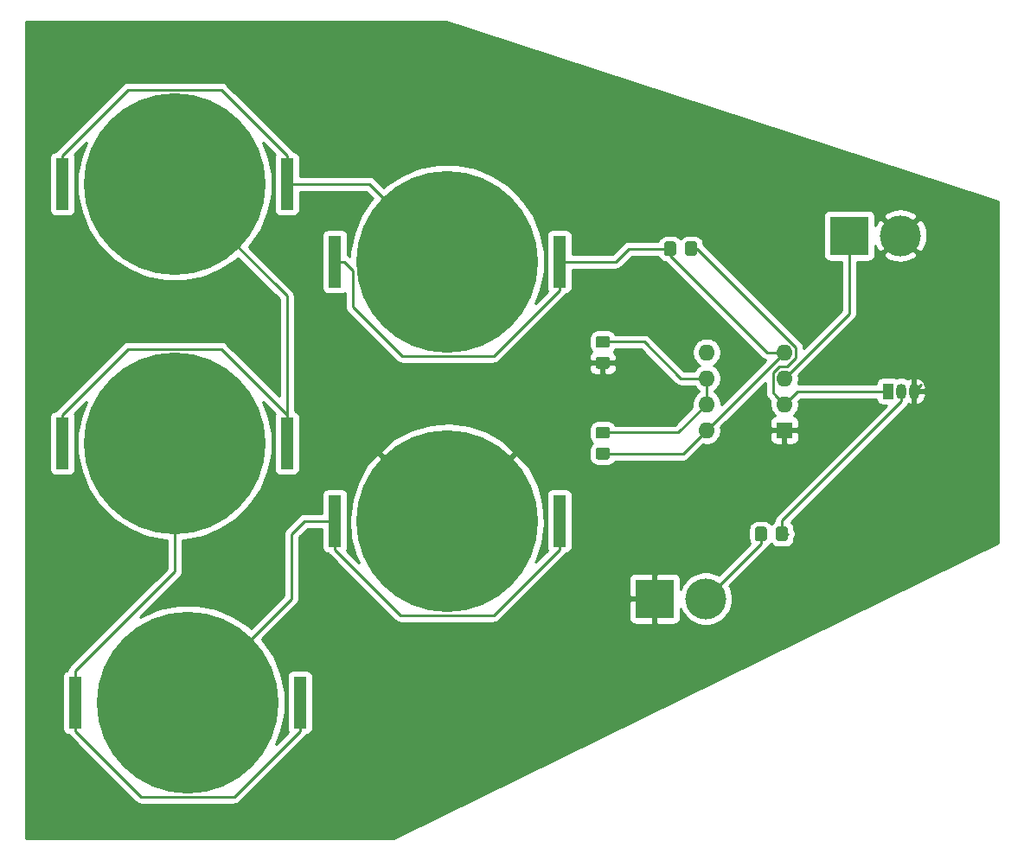
<source format=gbr>
G04 #@! TF.GenerationSoftware,KiCad,Pcbnew,(5.1.5-0-10_14)*
G04 #@! TF.CreationDate,2020-05-17T15:29:12+03:00*
G04 #@! TF.ProjectId,final,66696e61-6c2e-46b6-9963-61645f706362,rev?*
G04 #@! TF.SameCoordinates,Original*
G04 #@! TF.FileFunction,Copper,L1,Top*
G04 #@! TF.FilePolarity,Positive*
%FSLAX46Y46*%
G04 Gerber Fmt 4.6, Leading zero omitted, Abs format (unit mm)*
G04 Created by KiCad (PCBNEW (5.1.5-0-10_14)) date 2020-05-17 15:29:12*
%MOMM*%
%LPD*%
G04 APERTURE LIST*
%ADD10C,17.800000*%
%ADD11R,1.270000X5.080000*%
%ADD12R,1.600000X1.600000*%
%ADD13O,1.600000X1.600000*%
%ADD14C,0.100000*%
%ADD15R,3.800000X3.800000*%
%ADD16C,4.000000*%
%ADD17O,1.050000X1.500000*%
%ADD18R,1.050000X1.500000*%
%ADD19C,0.250000*%
%ADD20C,0.254000*%
G04 APERTURE END LIST*
D10*
X100330000Y-105410000D03*
D11*
X111315000Y-105410000D03*
X89345000Y-105410000D03*
D12*
X160020000Y-104140000D03*
D13*
X152400000Y-96520000D03*
X160020000Y-101600000D03*
X152400000Y-99060000D03*
X160020000Y-99060000D03*
X152400000Y-101600000D03*
X160020000Y-96520000D03*
X152400000Y-104140000D03*
G04 #@! TA.AperFunction,SMDPad,CuDef*
D14*
G36*
X142714505Y-94921204D02*
G01*
X142738773Y-94924804D01*
X142762572Y-94930765D01*
X142785671Y-94939030D01*
X142807850Y-94949520D01*
X142828893Y-94962132D01*
X142848599Y-94976747D01*
X142866777Y-94993223D01*
X142883253Y-95011401D01*
X142897868Y-95031107D01*
X142910480Y-95052150D01*
X142920970Y-95074329D01*
X142929235Y-95097428D01*
X142935196Y-95121227D01*
X142938796Y-95145495D01*
X142940000Y-95169999D01*
X142940000Y-95820001D01*
X142938796Y-95844505D01*
X142935196Y-95868773D01*
X142929235Y-95892572D01*
X142920970Y-95915671D01*
X142910480Y-95937850D01*
X142897868Y-95958893D01*
X142883253Y-95978599D01*
X142866777Y-95996777D01*
X142848599Y-96013253D01*
X142828893Y-96027868D01*
X142807850Y-96040480D01*
X142785671Y-96050970D01*
X142762572Y-96059235D01*
X142738773Y-96065196D01*
X142714505Y-96068796D01*
X142690001Y-96070000D01*
X141789999Y-96070000D01*
X141765495Y-96068796D01*
X141741227Y-96065196D01*
X141717428Y-96059235D01*
X141694329Y-96050970D01*
X141672150Y-96040480D01*
X141651107Y-96027868D01*
X141631401Y-96013253D01*
X141613223Y-95996777D01*
X141596747Y-95978599D01*
X141582132Y-95958893D01*
X141569520Y-95937850D01*
X141559030Y-95915671D01*
X141550765Y-95892572D01*
X141544804Y-95868773D01*
X141541204Y-95844505D01*
X141540000Y-95820001D01*
X141540000Y-95169999D01*
X141541204Y-95145495D01*
X141544804Y-95121227D01*
X141550765Y-95097428D01*
X141559030Y-95074329D01*
X141569520Y-95052150D01*
X141582132Y-95031107D01*
X141596747Y-95011401D01*
X141613223Y-94993223D01*
X141631401Y-94976747D01*
X141651107Y-94962132D01*
X141672150Y-94949520D01*
X141694329Y-94939030D01*
X141717428Y-94930765D01*
X141741227Y-94924804D01*
X141765495Y-94921204D01*
X141789999Y-94920000D01*
X142690001Y-94920000D01*
X142714505Y-94921204D01*
G37*
G04 #@! TD.AperFunction*
G04 #@! TA.AperFunction,SMDPad,CuDef*
G36*
X142714505Y-96971204D02*
G01*
X142738773Y-96974804D01*
X142762572Y-96980765D01*
X142785671Y-96989030D01*
X142807850Y-96999520D01*
X142828893Y-97012132D01*
X142848599Y-97026747D01*
X142866777Y-97043223D01*
X142883253Y-97061401D01*
X142897868Y-97081107D01*
X142910480Y-97102150D01*
X142920970Y-97124329D01*
X142929235Y-97147428D01*
X142935196Y-97171227D01*
X142938796Y-97195495D01*
X142940000Y-97219999D01*
X142940000Y-97870001D01*
X142938796Y-97894505D01*
X142935196Y-97918773D01*
X142929235Y-97942572D01*
X142920970Y-97965671D01*
X142910480Y-97987850D01*
X142897868Y-98008893D01*
X142883253Y-98028599D01*
X142866777Y-98046777D01*
X142848599Y-98063253D01*
X142828893Y-98077868D01*
X142807850Y-98090480D01*
X142785671Y-98100970D01*
X142762572Y-98109235D01*
X142738773Y-98115196D01*
X142714505Y-98118796D01*
X142690001Y-98120000D01*
X141789999Y-98120000D01*
X141765495Y-98118796D01*
X141741227Y-98115196D01*
X141717428Y-98109235D01*
X141694329Y-98100970D01*
X141672150Y-98090480D01*
X141651107Y-98077868D01*
X141631401Y-98063253D01*
X141613223Y-98046777D01*
X141596747Y-98028599D01*
X141582132Y-98008893D01*
X141569520Y-97987850D01*
X141559030Y-97965671D01*
X141550765Y-97942572D01*
X141544804Y-97918773D01*
X141541204Y-97894505D01*
X141540000Y-97870001D01*
X141540000Y-97219999D01*
X141541204Y-97195495D01*
X141544804Y-97171227D01*
X141550765Y-97147428D01*
X141559030Y-97124329D01*
X141569520Y-97102150D01*
X141582132Y-97081107D01*
X141596747Y-97061401D01*
X141613223Y-97043223D01*
X141631401Y-97026747D01*
X141651107Y-97012132D01*
X141672150Y-96999520D01*
X141694329Y-96989030D01*
X141717428Y-96980765D01*
X141741227Y-96974804D01*
X141765495Y-96971204D01*
X141789999Y-96970000D01*
X142690001Y-96970000D01*
X142714505Y-96971204D01*
G37*
G04 #@! TD.AperFunction*
D15*
X147320000Y-120650000D03*
D16*
X152320000Y-120650000D03*
X171370000Y-85090000D03*
D15*
X166370000Y-85090000D03*
D10*
X127000000Y-87630000D03*
D11*
X137985000Y-87630000D03*
X116015000Y-87630000D03*
X89345000Y-80010000D03*
X111315000Y-80010000D03*
D10*
X100330000Y-80010000D03*
D11*
X90615000Y-130810000D03*
X112585000Y-130810000D03*
D10*
X101600000Y-130810000D03*
X127000000Y-113030000D03*
D11*
X137985000Y-113030000D03*
X116015000Y-113030000D03*
D17*
X171450000Y-100330000D03*
X172720000Y-100330000D03*
D18*
X170180000Y-100330000D03*
G04 #@! TA.AperFunction,SMDPad,CuDef*
D14*
G36*
X160124505Y-113601204D02*
G01*
X160148773Y-113604804D01*
X160172572Y-113610765D01*
X160195671Y-113619030D01*
X160217850Y-113629520D01*
X160238893Y-113642132D01*
X160258599Y-113656747D01*
X160276777Y-113673223D01*
X160293253Y-113691401D01*
X160307868Y-113711107D01*
X160320480Y-113732150D01*
X160330970Y-113754329D01*
X160339235Y-113777428D01*
X160345196Y-113801227D01*
X160348796Y-113825495D01*
X160350000Y-113849999D01*
X160350000Y-114750001D01*
X160348796Y-114774505D01*
X160345196Y-114798773D01*
X160339235Y-114822572D01*
X160330970Y-114845671D01*
X160320480Y-114867850D01*
X160307868Y-114888893D01*
X160293253Y-114908599D01*
X160276777Y-114926777D01*
X160258599Y-114943253D01*
X160238893Y-114957868D01*
X160217850Y-114970480D01*
X160195671Y-114980970D01*
X160172572Y-114989235D01*
X160148773Y-114995196D01*
X160124505Y-114998796D01*
X160100001Y-115000000D01*
X159449999Y-115000000D01*
X159425495Y-114998796D01*
X159401227Y-114995196D01*
X159377428Y-114989235D01*
X159354329Y-114980970D01*
X159332150Y-114970480D01*
X159311107Y-114957868D01*
X159291401Y-114943253D01*
X159273223Y-114926777D01*
X159256747Y-114908599D01*
X159242132Y-114888893D01*
X159229520Y-114867850D01*
X159219030Y-114845671D01*
X159210765Y-114822572D01*
X159204804Y-114798773D01*
X159201204Y-114774505D01*
X159200000Y-114750001D01*
X159200000Y-113849999D01*
X159201204Y-113825495D01*
X159204804Y-113801227D01*
X159210765Y-113777428D01*
X159219030Y-113754329D01*
X159229520Y-113732150D01*
X159242132Y-113711107D01*
X159256747Y-113691401D01*
X159273223Y-113673223D01*
X159291401Y-113656747D01*
X159311107Y-113642132D01*
X159332150Y-113629520D01*
X159354329Y-113619030D01*
X159377428Y-113610765D01*
X159401227Y-113604804D01*
X159425495Y-113601204D01*
X159449999Y-113600000D01*
X160100001Y-113600000D01*
X160124505Y-113601204D01*
G37*
G04 #@! TD.AperFunction*
G04 #@! TA.AperFunction,SMDPad,CuDef*
G36*
X158074505Y-113601204D02*
G01*
X158098773Y-113604804D01*
X158122572Y-113610765D01*
X158145671Y-113619030D01*
X158167850Y-113629520D01*
X158188893Y-113642132D01*
X158208599Y-113656747D01*
X158226777Y-113673223D01*
X158243253Y-113691401D01*
X158257868Y-113711107D01*
X158270480Y-113732150D01*
X158280970Y-113754329D01*
X158289235Y-113777428D01*
X158295196Y-113801227D01*
X158298796Y-113825495D01*
X158300000Y-113849999D01*
X158300000Y-114750001D01*
X158298796Y-114774505D01*
X158295196Y-114798773D01*
X158289235Y-114822572D01*
X158280970Y-114845671D01*
X158270480Y-114867850D01*
X158257868Y-114888893D01*
X158243253Y-114908599D01*
X158226777Y-114926777D01*
X158208599Y-114943253D01*
X158188893Y-114957868D01*
X158167850Y-114970480D01*
X158145671Y-114980970D01*
X158122572Y-114989235D01*
X158098773Y-114995196D01*
X158074505Y-114998796D01*
X158050001Y-115000000D01*
X157399999Y-115000000D01*
X157375495Y-114998796D01*
X157351227Y-114995196D01*
X157327428Y-114989235D01*
X157304329Y-114980970D01*
X157282150Y-114970480D01*
X157261107Y-114957868D01*
X157241401Y-114943253D01*
X157223223Y-114926777D01*
X157206747Y-114908599D01*
X157192132Y-114888893D01*
X157179520Y-114867850D01*
X157169030Y-114845671D01*
X157160765Y-114822572D01*
X157154804Y-114798773D01*
X157151204Y-114774505D01*
X157150000Y-114750001D01*
X157150000Y-113849999D01*
X157151204Y-113825495D01*
X157154804Y-113801227D01*
X157160765Y-113777428D01*
X157169030Y-113754329D01*
X157179520Y-113732150D01*
X157192132Y-113711107D01*
X157206747Y-113691401D01*
X157223223Y-113673223D01*
X157241401Y-113656747D01*
X157261107Y-113642132D01*
X157282150Y-113629520D01*
X157304329Y-113619030D01*
X157327428Y-113610765D01*
X157351227Y-113604804D01*
X157375495Y-113601204D01*
X157399999Y-113600000D01*
X158050001Y-113600000D01*
X158074505Y-113601204D01*
G37*
G04 #@! TD.AperFunction*
G04 #@! TA.AperFunction,SMDPad,CuDef*
G36*
X149184505Y-85661204D02*
G01*
X149208773Y-85664804D01*
X149232572Y-85670765D01*
X149255671Y-85679030D01*
X149277850Y-85689520D01*
X149298893Y-85702132D01*
X149318599Y-85716747D01*
X149336777Y-85733223D01*
X149353253Y-85751401D01*
X149367868Y-85771107D01*
X149380480Y-85792150D01*
X149390970Y-85814329D01*
X149399235Y-85837428D01*
X149405196Y-85861227D01*
X149408796Y-85885495D01*
X149410000Y-85909999D01*
X149410000Y-86810001D01*
X149408796Y-86834505D01*
X149405196Y-86858773D01*
X149399235Y-86882572D01*
X149390970Y-86905671D01*
X149380480Y-86927850D01*
X149367868Y-86948893D01*
X149353253Y-86968599D01*
X149336777Y-86986777D01*
X149318599Y-87003253D01*
X149298893Y-87017868D01*
X149277850Y-87030480D01*
X149255671Y-87040970D01*
X149232572Y-87049235D01*
X149208773Y-87055196D01*
X149184505Y-87058796D01*
X149160001Y-87060000D01*
X148509999Y-87060000D01*
X148485495Y-87058796D01*
X148461227Y-87055196D01*
X148437428Y-87049235D01*
X148414329Y-87040970D01*
X148392150Y-87030480D01*
X148371107Y-87017868D01*
X148351401Y-87003253D01*
X148333223Y-86986777D01*
X148316747Y-86968599D01*
X148302132Y-86948893D01*
X148289520Y-86927850D01*
X148279030Y-86905671D01*
X148270765Y-86882572D01*
X148264804Y-86858773D01*
X148261204Y-86834505D01*
X148260000Y-86810001D01*
X148260000Y-85909999D01*
X148261204Y-85885495D01*
X148264804Y-85861227D01*
X148270765Y-85837428D01*
X148279030Y-85814329D01*
X148289520Y-85792150D01*
X148302132Y-85771107D01*
X148316747Y-85751401D01*
X148333223Y-85733223D01*
X148351401Y-85716747D01*
X148371107Y-85702132D01*
X148392150Y-85689520D01*
X148414329Y-85679030D01*
X148437428Y-85670765D01*
X148461227Y-85664804D01*
X148485495Y-85661204D01*
X148509999Y-85660000D01*
X149160001Y-85660000D01*
X149184505Y-85661204D01*
G37*
G04 #@! TD.AperFunction*
G04 #@! TA.AperFunction,SMDPad,CuDef*
G36*
X151234505Y-85661204D02*
G01*
X151258773Y-85664804D01*
X151282572Y-85670765D01*
X151305671Y-85679030D01*
X151327850Y-85689520D01*
X151348893Y-85702132D01*
X151368599Y-85716747D01*
X151386777Y-85733223D01*
X151403253Y-85751401D01*
X151417868Y-85771107D01*
X151430480Y-85792150D01*
X151440970Y-85814329D01*
X151449235Y-85837428D01*
X151455196Y-85861227D01*
X151458796Y-85885495D01*
X151460000Y-85909999D01*
X151460000Y-86810001D01*
X151458796Y-86834505D01*
X151455196Y-86858773D01*
X151449235Y-86882572D01*
X151440970Y-86905671D01*
X151430480Y-86927850D01*
X151417868Y-86948893D01*
X151403253Y-86968599D01*
X151386777Y-86986777D01*
X151368599Y-87003253D01*
X151348893Y-87017868D01*
X151327850Y-87030480D01*
X151305671Y-87040970D01*
X151282572Y-87049235D01*
X151258773Y-87055196D01*
X151234505Y-87058796D01*
X151210001Y-87060000D01*
X150559999Y-87060000D01*
X150535495Y-87058796D01*
X150511227Y-87055196D01*
X150487428Y-87049235D01*
X150464329Y-87040970D01*
X150442150Y-87030480D01*
X150421107Y-87017868D01*
X150401401Y-87003253D01*
X150383223Y-86986777D01*
X150366747Y-86968599D01*
X150352132Y-86948893D01*
X150339520Y-86927850D01*
X150329030Y-86905671D01*
X150320765Y-86882572D01*
X150314804Y-86858773D01*
X150311204Y-86834505D01*
X150310000Y-86810001D01*
X150310000Y-85909999D01*
X150311204Y-85885495D01*
X150314804Y-85861227D01*
X150320765Y-85837428D01*
X150329030Y-85814329D01*
X150339520Y-85792150D01*
X150352132Y-85771107D01*
X150366747Y-85751401D01*
X150383223Y-85733223D01*
X150401401Y-85716747D01*
X150421107Y-85702132D01*
X150442150Y-85689520D01*
X150464329Y-85679030D01*
X150487428Y-85670765D01*
X150511227Y-85664804D01*
X150535495Y-85661204D01*
X150559999Y-85660000D01*
X151210001Y-85660000D01*
X151234505Y-85661204D01*
G37*
G04 #@! TD.AperFunction*
G04 #@! TA.AperFunction,SMDPad,CuDef*
G36*
X142714505Y-105861204D02*
G01*
X142738773Y-105864804D01*
X142762572Y-105870765D01*
X142785671Y-105879030D01*
X142807850Y-105889520D01*
X142828893Y-105902132D01*
X142848599Y-105916747D01*
X142866777Y-105933223D01*
X142883253Y-105951401D01*
X142897868Y-105971107D01*
X142910480Y-105992150D01*
X142920970Y-106014329D01*
X142929235Y-106037428D01*
X142935196Y-106061227D01*
X142938796Y-106085495D01*
X142940000Y-106109999D01*
X142940000Y-106760001D01*
X142938796Y-106784505D01*
X142935196Y-106808773D01*
X142929235Y-106832572D01*
X142920970Y-106855671D01*
X142910480Y-106877850D01*
X142897868Y-106898893D01*
X142883253Y-106918599D01*
X142866777Y-106936777D01*
X142848599Y-106953253D01*
X142828893Y-106967868D01*
X142807850Y-106980480D01*
X142785671Y-106990970D01*
X142762572Y-106999235D01*
X142738773Y-107005196D01*
X142714505Y-107008796D01*
X142690001Y-107010000D01*
X141789999Y-107010000D01*
X141765495Y-107008796D01*
X141741227Y-107005196D01*
X141717428Y-106999235D01*
X141694329Y-106990970D01*
X141672150Y-106980480D01*
X141651107Y-106967868D01*
X141631401Y-106953253D01*
X141613223Y-106936777D01*
X141596747Y-106918599D01*
X141582132Y-106898893D01*
X141569520Y-106877850D01*
X141559030Y-106855671D01*
X141550765Y-106832572D01*
X141544804Y-106808773D01*
X141541204Y-106784505D01*
X141540000Y-106760001D01*
X141540000Y-106109999D01*
X141541204Y-106085495D01*
X141544804Y-106061227D01*
X141550765Y-106037428D01*
X141559030Y-106014329D01*
X141569520Y-105992150D01*
X141582132Y-105971107D01*
X141596747Y-105951401D01*
X141613223Y-105933223D01*
X141631401Y-105916747D01*
X141651107Y-105902132D01*
X141672150Y-105889520D01*
X141694329Y-105879030D01*
X141717428Y-105870765D01*
X141741227Y-105864804D01*
X141765495Y-105861204D01*
X141789999Y-105860000D01*
X142690001Y-105860000D01*
X142714505Y-105861204D01*
G37*
G04 #@! TD.AperFunction*
G04 #@! TA.AperFunction,SMDPad,CuDef*
G36*
X142714505Y-103811204D02*
G01*
X142738773Y-103814804D01*
X142762572Y-103820765D01*
X142785671Y-103829030D01*
X142807850Y-103839520D01*
X142828893Y-103852132D01*
X142848599Y-103866747D01*
X142866777Y-103883223D01*
X142883253Y-103901401D01*
X142897868Y-103921107D01*
X142910480Y-103942150D01*
X142920970Y-103964329D01*
X142929235Y-103987428D01*
X142935196Y-104011227D01*
X142938796Y-104035495D01*
X142940000Y-104059999D01*
X142940000Y-104710001D01*
X142938796Y-104734505D01*
X142935196Y-104758773D01*
X142929235Y-104782572D01*
X142920970Y-104805671D01*
X142910480Y-104827850D01*
X142897868Y-104848893D01*
X142883253Y-104868599D01*
X142866777Y-104886777D01*
X142848599Y-104903253D01*
X142828893Y-104917868D01*
X142807850Y-104930480D01*
X142785671Y-104940970D01*
X142762572Y-104949235D01*
X142738773Y-104955196D01*
X142714505Y-104958796D01*
X142690001Y-104960000D01*
X141789999Y-104960000D01*
X141765495Y-104958796D01*
X141741227Y-104955196D01*
X141717428Y-104949235D01*
X141694329Y-104940970D01*
X141672150Y-104930480D01*
X141651107Y-104917868D01*
X141631401Y-104903253D01*
X141613223Y-104886777D01*
X141596747Y-104868599D01*
X141582132Y-104848893D01*
X141569520Y-104827850D01*
X141559030Y-104805671D01*
X141550765Y-104782572D01*
X141544804Y-104758773D01*
X141541204Y-104734505D01*
X141540000Y-104710001D01*
X141540000Y-104059999D01*
X141541204Y-104035495D01*
X141544804Y-104011227D01*
X141550765Y-103987428D01*
X141559030Y-103964329D01*
X141569520Y-103942150D01*
X141582132Y-103921107D01*
X141596747Y-103901401D01*
X141613223Y-103883223D01*
X141631401Y-103866747D01*
X141651107Y-103852132D01*
X141672150Y-103839520D01*
X141694329Y-103829030D01*
X141717428Y-103820765D01*
X141741227Y-103814804D01*
X141765495Y-103811204D01*
X141789999Y-103810000D01*
X142690001Y-103810000D01*
X142714505Y-103811204D01*
G37*
G04 #@! TD.AperFunction*
D19*
X173369999Y-99680001D02*
X172720000Y-100330000D01*
X158894999Y-98519999D02*
X158894999Y-100474999D01*
X159220001Y-100800001D02*
X160020000Y-101600000D01*
X159479999Y-97934999D02*
X158894999Y-98519999D01*
X158894999Y-100474999D02*
X159220001Y-100800001D01*
X160270003Y-97934999D02*
X159479999Y-97934999D01*
X161145001Y-97060001D02*
X160270003Y-97934999D01*
X161145001Y-96045001D02*
X161145001Y-97060001D01*
X151460000Y-86360000D02*
X161145001Y-96045001D01*
X150885000Y-86360000D02*
X151460000Y-86360000D01*
X161290000Y-100330000D02*
X160020000Y-101600000D01*
X170180000Y-100330000D02*
X161290000Y-100330000D01*
X149615000Y-104385000D02*
X142240000Y-104385000D01*
X152400000Y-101600000D02*
X149615000Y-104385000D01*
X152400000Y-99060000D02*
X152400000Y-101600000D01*
X152400000Y-99060000D02*
X149860000Y-99060000D01*
X146295000Y-95495000D02*
X142240000Y-95495000D01*
X149860000Y-99060000D02*
X146295000Y-95495000D01*
X166370000Y-92710000D02*
X166370000Y-85090000D01*
X160020000Y-99060000D02*
X166370000Y-92710000D01*
X137985000Y-90420000D02*
X137985000Y-87630000D01*
X131549999Y-96855001D02*
X137985000Y-90420000D01*
X122571999Y-96855001D02*
X131549999Y-96855001D01*
X117774999Y-92058001D02*
X122571999Y-96855001D01*
X117774999Y-88504999D02*
X117774999Y-92058001D01*
X116900000Y-87630000D02*
X117774999Y-88504999D01*
X116015000Y-87630000D02*
X116900000Y-87630000D01*
X150105000Y-106435000D02*
X152400000Y-104140000D01*
X142240000Y-106435000D02*
X150105000Y-106435000D01*
X152400000Y-104140000D02*
X160020000Y-96520000D01*
X137985000Y-87630000D02*
X143510000Y-87630000D01*
X144780000Y-86360000D02*
X148835000Y-86360000D01*
X143510000Y-87630000D02*
X144780000Y-86360000D01*
X148835000Y-87060000D02*
X148835000Y-86360000D01*
X158295000Y-96520000D02*
X148835000Y-87060000D01*
X160020000Y-96520000D02*
X158295000Y-96520000D01*
X157725000Y-115245000D02*
X152320000Y-120650000D01*
X157725000Y-114300000D02*
X157725000Y-115245000D01*
X95780001Y-74594999D02*
X104879999Y-74594999D01*
X123190000Y-83820000D02*
X127000000Y-87630000D01*
X111315000Y-77220000D02*
X111315000Y-80010000D01*
X104879999Y-70784999D02*
X111315000Y-77220000D01*
X95780001Y-70784999D02*
X104879999Y-70784999D01*
X89345000Y-77220000D02*
X95780001Y-70784999D01*
X89345000Y-80010000D02*
X89345000Y-77220000D01*
X119380000Y-80010000D02*
X127000000Y-87630000D01*
X111315000Y-80010000D02*
X119380000Y-80010000D01*
X111315000Y-102620000D02*
X111315000Y-105410000D01*
X104879999Y-96184999D02*
X111315000Y-102620000D01*
X89345000Y-102620000D02*
X95780001Y-96184999D01*
X95780001Y-96184999D02*
X104879999Y-96184999D01*
X89345000Y-105410000D02*
X89345000Y-102620000D01*
X111315000Y-90995000D02*
X111315000Y-105410000D01*
X100330000Y-80010000D02*
X111315000Y-90995000D01*
X90615000Y-128020000D02*
X90615000Y-130810000D01*
X90615000Y-127711500D02*
X90615000Y-128020000D01*
X100330000Y-117996500D02*
X90615000Y-127711500D01*
X100330000Y-105410000D02*
X100330000Y-117996500D01*
X90615000Y-133600000D02*
X90615000Y-130810000D01*
X97050001Y-140035001D02*
X90615000Y-133600000D01*
X106149999Y-140035001D02*
X97050001Y-140035001D01*
X112585000Y-133600000D02*
X106149999Y-140035001D01*
X112585000Y-130810000D02*
X112585000Y-133600000D01*
X116015000Y-115125000D02*
X116015000Y-113030000D01*
X122450001Y-122255001D02*
X131549999Y-122255001D01*
X137985000Y-115820000D02*
X137985000Y-113030000D01*
X116015000Y-115820000D02*
X122450001Y-122255001D01*
X131549999Y-122255001D02*
X137985000Y-115820000D01*
X116015000Y-113030000D02*
X116015000Y-115820000D01*
X111760000Y-114300000D02*
X113030000Y-113030000D01*
X111760000Y-120650000D02*
X111760000Y-114300000D01*
X113030000Y-113030000D02*
X116015000Y-113030000D01*
X101600000Y-130810000D02*
X111760000Y-120650000D01*
X160350000Y-114300000D02*
X159775000Y-114300000D01*
X159775000Y-113005000D02*
X159775000Y-114300000D01*
X171450000Y-101330000D02*
X159775000Y-113005000D01*
X171450000Y-100330000D02*
X171450000Y-101330000D01*
D20*
G36*
X180950001Y-81759216D02*
G01*
X180950000Y-115158190D01*
X121767170Y-144120000D01*
X85750000Y-144120000D01*
X85750000Y-77470000D01*
X88071928Y-77470000D01*
X88071928Y-82550000D01*
X88084188Y-82674482D01*
X88120498Y-82794180D01*
X88179463Y-82904494D01*
X88258815Y-83001185D01*
X88355506Y-83080537D01*
X88465820Y-83139502D01*
X88585518Y-83175812D01*
X88710000Y-83188072D01*
X89980000Y-83188072D01*
X90104482Y-83175812D01*
X90224180Y-83139502D01*
X90334494Y-83080537D01*
X90431185Y-83001185D01*
X90510537Y-82904494D01*
X90569502Y-82794180D01*
X90605812Y-82674482D01*
X90618072Y-82550000D01*
X90618072Y-77470000D01*
X90605812Y-77345518D01*
X90569502Y-77225820D01*
X90515329Y-77124472D01*
X91692013Y-75947788D01*
X91161424Y-77228743D01*
X90795000Y-79070884D01*
X90795000Y-80949116D01*
X91161424Y-82791257D01*
X91880192Y-84526516D01*
X92923682Y-86088208D01*
X94251792Y-87416318D01*
X95813484Y-88459808D01*
X97548743Y-89178576D01*
X99390884Y-89545000D01*
X101269116Y-89545000D01*
X103111257Y-89178576D01*
X104846516Y-88459808D01*
X106408208Y-87416318D01*
X106534862Y-87289664D01*
X110555000Y-91309802D01*
X110555001Y-100785199D01*
X105443803Y-95674002D01*
X105420000Y-95644998D01*
X105304275Y-95550025D01*
X105172246Y-95479453D01*
X105028985Y-95435996D01*
X104917332Y-95424999D01*
X104917321Y-95424999D01*
X104879999Y-95421323D01*
X104842677Y-95424999D01*
X95817326Y-95424999D01*
X95780001Y-95421323D01*
X95742676Y-95424999D01*
X95742668Y-95424999D01*
X95631015Y-95435996D01*
X95487754Y-95479453D01*
X95355725Y-95550025D01*
X95240000Y-95644998D01*
X95216202Y-95673996D01*
X88833998Y-102056201D01*
X88805000Y-102079999D01*
X88781202Y-102108997D01*
X88781201Y-102108998D01*
X88710026Y-102195724D01*
X88689601Y-102233937D01*
X88585518Y-102244188D01*
X88465820Y-102280498D01*
X88355506Y-102339463D01*
X88258815Y-102418815D01*
X88179463Y-102515506D01*
X88120498Y-102625820D01*
X88084188Y-102745518D01*
X88071928Y-102870000D01*
X88071928Y-107950000D01*
X88084188Y-108074482D01*
X88120498Y-108194180D01*
X88179463Y-108304494D01*
X88258815Y-108401185D01*
X88355506Y-108480537D01*
X88465820Y-108539502D01*
X88585518Y-108575812D01*
X88710000Y-108588072D01*
X89980000Y-108588072D01*
X90104482Y-108575812D01*
X90224180Y-108539502D01*
X90334494Y-108480537D01*
X90431185Y-108401185D01*
X90510537Y-108304494D01*
X90569502Y-108194180D01*
X90605812Y-108074482D01*
X90618072Y-107950000D01*
X90618072Y-102870000D01*
X90605812Y-102745518D01*
X90569502Y-102625820D01*
X90515329Y-102524472D01*
X91692013Y-101347788D01*
X91161424Y-102628743D01*
X90795000Y-104470884D01*
X90795000Y-106349116D01*
X91161424Y-108191257D01*
X91880192Y-109926516D01*
X92923682Y-111488208D01*
X94251792Y-112816318D01*
X95813484Y-113859808D01*
X97548743Y-114578576D01*
X99390884Y-114945000D01*
X99570001Y-114945000D01*
X99570001Y-117681697D01*
X90104003Y-127147696D01*
X90074999Y-127171499D01*
X90019871Y-127238674D01*
X89980026Y-127287224D01*
X89909455Y-127419253D01*
X89909454Y-127419254D01*
X89865997Y-127562515D01*
X89857977Y-127643946D01*
X89855518Y-127644188D01*
X89735820Y-127680498D01*
X89625506Y-127739463D01*
X89528815Y-127818815D01*
X89449463Y-127915506D01*
X89390498Y-128025820D01*
X89354188Y-128145518D01*
X89341928Y-128270000D01*
X89341928Y-133350000D01*
X89354188Y-133474482D01*
X89390498Y-133594180D01*
X89449463Y-133704494D01*
X89528815Y-133801185D01*
X89625506Y-133880537D01*
X89735820Y-133939502D01*
X89855518Y-133975812D01*
X89959601Y-133986063D01*
X89980026Y-134024276D01*
X90019871Y-134072826D01*
X90074999Y-134140001D01*
X90104003Y-134163804D01*
X96486202Y-140546004D01*
X96510000Y-140575002D01*
X96625725Y-140669975D01*
X96757754Y-140740547D01*
X96901015Y-140784004D01*
X97012668Y-140795001D01*
X97012676Y-140795001D01*
X97050001Y-140798677D01*
X97087326Y-140795001D01*
X106112677Y-140795001D01*
X106149999Y-140798677D01*
X106187321Y-140795001D01*
X106187332Y-140795001D01*
X106298985Y-140784004D01*
X106442246Y-140740547D01*
X106574275Y-140669975D01*
X106690000Y-140575002D01*
X106713803Y-140545998D01*
X113096003Y-134163799D01*
X113125001Y-134140001D01*
X113219974Y-134024276D01*
X113240400Y-133986063D01*
X113344482Y-133975812D01*
X113464180Y-133939502D01*
X113574494Y-133880537D01*
X113671185Y-133801185D01*
X113750537Y-133704494D01*
X113809502Y-133594180D01*
X113845812Y-133474482D01*
X113858072Y-133350000D01*
X113858072Y-128270000D01*
X113845812Y-128145518D01*
X113809502Y-128025820D01*
X113750537Y-127915506D01*
X113671185Y-127818815D01*
X113574494Y-127739463D01*
X113464180Y-127680498D01*
X113344482Y-127644188D01*
X113220000Y-127631928D01*
X111950000Y-127631928D01*
X111825518Y-127644188D01*
X111705820Y-127680498D01*
X111595506Y-127739463D01*
X111498815Y-127818815D01*
X111419463Y-127915506D01*
X111360498Y-128025820D01*
X111324188Y-128145518D01*
X111311928Y-128270000D01*
X111311928Y-133350000D01*
X111324188Y-133474482D01*
X111360498Y-133594180D01*
X111414670Y-133695528D01*
X110237987Y-134872211D01*
X110768576Y-133591257D01*
X111135000Y-131749116D01*
X111135000Y-129870884D01*
X110768576Y-128028743D01*
X110049808Y-126293484D01*
X109006318Y-124731792D01*
X108879664Y-124605138D01*
X112271004Y-121213798D01*
X112300001Y-121190001D01*
X112394974Y-121074276D01*
X112465546Y-120942247D01*
X112509003Y-120798986D01*
X112520000Y-120687333D01*
X112520000Y-120687325D01*
X112523676Y-120650000D01*
X112520000Y-120612675D01*
X112520000Y-114614801D01*
X113344802Y-113790000D01*
X114741928Y-113790000D01*
X114741928Y-115570000D01*
X114754188Y-115694482D01*
X114790498Y-115814180D01*
X114849463Y-115924494D01*
X114928815Y-116021185D01*
X115025506Y-116100537D01*
X115135820Y-116159502D01*
X115255518Y-116195812D01*
X115359601Y-116206063D01*
X115380026Y-116244276D01*
X115451201Y-116331002D01*
X115475000Y-116360001D01*
X115503998Y-116383799D01*
X121886202Y-122766004D01*
X121910000Y-122795002D01*
X122025725Y-122889975D01*
X122157754Y-122960547D01*
X122301015Y-123004004D01*
X122412668Y-123015001D01*
X122412676Y-123015001D01*
X122450001Y-123018677D01*
X122487326Y-123015001D01*
X131512677Y-123015001D01*
X131549999Y-123018677D01*
X131587321Y-123015001D01*
X131587332Y-123015001D01*
X131698985Y-123004004D01*
X131842246Y-122960547D01*
X131974275Y-122889975D01*
X132090000Y-122795002D01*
X132113803Y-122765998D01*
X132329801Y-122550000D01*
X144781928Y-122550000D01*
X144794188Y-122674482D01*
X144830498Y-122794180D01*
X144889463Y-122904494D01*
X144968815Y-123001185D01*
X145065506Y-123080537D01*
X145175820Y-123139502D01*
X145295518Y-123175812D01*
X145420000Y-123188072D01*
X147034250Y-123185000D01*
X147193000Y-123026250D01*
X147193000Y-120777000D01*
X144943750Y-120777000D01*
X144785000Y-120935750D01*
X144781928Y-122550000D01*
X132329801Y-122550000D01*
X136129801Y-118750000D01*
X144781928Y-118750000D01*
X144785000Y-120364250D01*
X144943750Y-120523000D01*
X147193000Y-120523000D01*
X147193000Y-118273750D01*
X147034250Y-118115000D01*
X145420000Y-118111928D01*
X145295518Y-118124188D01*
X145175820Y-118160498D01*
X145065506Y-118219463D01*
X144968815Y-118298815D01*
X144889463Y-118395506D01*
X144830498Y-118505820D01*
X144794188Y-118625518D01*
X144781928Y-118750000D01*
X136129801Y-118750000D01*
X138496004Y-116383798D01*
X138525001Y-116360001D01*
X138619974Y-116244276D01*
X138640400Y-116206063D01*
X138744482Y-116195812D01*
X138864180Y-116159502D01*
X138974494Y-116100537D01*
X139071185Y-116021185D01*
X139150537Y-115924494D01*
X139209502Y-115814180D01*
X139245812Y-115694482D01*
X139258072Y-115570000D01*
X139258072Y-110490000D01*
X139245812Y-110365518D01*
X139209502Y-110245820D01*
X139150537Y-110135506D01*
X139071185Y-110038815D01*
X138974494Y-109959463D01*
X138864180Y-109900498D01*
X138744482Y-109864188D01*
X138620000Y-109851928D01*
X137350000Y-109851928D01*
X137225518Y-109864188D01*
X137105820Y-109900498D01*
X136995506Y-109959463D01*
X136898815Y-110038815D01*
X136819463Y-110135506D01*
X136760498Y-110245820D01*
X136724188Y-110365518D01*
X136711928Y-110490000D01*
X136711928Y-115570000D01*
X136724188Y-115694482D01*
X136760498Y-115814180D01*
X136814670Y-115915528D01*
X135686010Y-117044188D01*
X135753449Y-116925549D01*
X136345238Y-115142984D01*
X136577894Y-113279218D01*
X136442478Y-111405875D01*
X135944192Y-109594946D01*
X135102186Y-107916024D01*
X134825270Y-107501590D01*
X133751830Y-106457775D01*
X127179605Y-113030000D01*
X127193748Y-113044143D01*
X127014143Y-113223748D01*
X127000000Y-113209605D01*
X126985858Y-113223748D01*
X126806253Y-113044143D01*
X126820395Y-113030000D01*
X120248170Y-106457775D01*
X119174730Y-107501590D01*
X118246551Y-109134451D01*
X117654762Y-110917016D01*
X117422106Y-112780782D01*
X117557522Y-114654125D01*
X118055808Y-116465054D01*
X118378713Y-117108911D01*
X117185329Y-115915528D01*
X117239502Y-115814180D01*
X117275812Y-115694482D01*
X117288072Y-115570000D01*
X117288072Y-110490000D01*
X117275812Y-110365518D01*
X117239502Y-110245820D01*
X117180537Y-110135506D01*
X117101185Y-110038815D01*
X117004494Y-109959463D01*
X116894180Y-109900498D01*
X116774482Y-109864188D01*
X116650000Y-109851928D01*
X115380000Y-109851928D01*
X115255518Y-109864188D01*
X115135820Y-109900498D01*
X115025506Y-109959463D01*
X114928815Y-110038815D01*
X114849463Y-110135506D01*
X114790498Y-110245820D01*
X114754188Y-110365518D01*
X114741928Y-110490000D01*
X114741928Y-112270000D01*
X113067322Y-112270000D01*
X113029999Y-112266324D01*
X112992676Y-112270000D01*
X112992667Y-112270000D01*
X112881014Y-112280997D01*
X112737753Y-112324454D01*
X112605724Y-112395026D01*
X112489999Y-112489999D01*
X112466201Y-112518997D01*
X111248998Y-113736201D01*
X111220000Y-113759999D01*
X111196202Y-113788997D01*
X111196201Y-113788998D01*
X111125026Y-113875724D01*
X111054454Y-114007754D01*
X111010998Y-114151015D01*
X110996324Y-114300000D01*
X111000001Y-114337332D01*
X111000000Y-120335198D01*
X107804862Y-123530336D01*
X107678208Y-123403682D01*
X106116516Y-122360192D01*
X104381257Y-121641424D01*
X102539116Y-121275000D01*
X100660884Y-121275000D01*
X98818743Y-121641424D01*
X97083484Y-122360192D01*
X96955781Y-122445520D01*
X100841003Y-118560299D01*
X100870001Y-118536501D01*
X100964974Y-118420776D01*
X101035546Y-118288747D01*
X101079003Y-118145486D01*
X101090000Y-118033833D01*
X101090000Y-118033825D01*
X101093676Y-117996500D01*
X101090000Y-117959175D01*
X101090000Y-114945000D01*
X101269116Y-114945000D01*
X103111257Y-114578576D01*
X104846516Y-113859808D01*
X106408208Y-112816318D01*
X107736318Y-111488208D01*
X108779808Y-109926516D01*
X109498576Y-108191257D01*
X109865000Y-106349116D01*
X109865000Y-104470884D01*
X109498576Y-102628743D01*
X108967987Y-101347789D01*
X110144670Y-102524472D01*
X110090498Y-102625820D01*
X110054188Y-102745518D01*
X110041928Y-102870000D01*
X110041928Y-107950000D01*
X110054188Y-108074482D01*
X110090498Y-108194180D01*
X110149463Y-108304494D01*
X110228815Y-108401185D01*
X110325506Y-108480537D01*
X110435820Y-108539502D01*
X110555518Y-108575812D01*
X110680000Y-108588072D01*
X111950000Y-108588072D01*
X112074482Y-108575812D01*
X112194180Y-108539502D01*
X112304494Y-108480537D01*
X112401185Y-108401185D01*
X112480537Y-108304494D01*
X112539502Y-108194180D01*
X112575812Y-108074482D01*
X112588072Y-107950000D01*
X112588072Y-106278170D01*
X120427775Y-106278170D01*
X127000000Y-112850395D01*
X133572225Y-106278170D01*
X132528410Y-105204730D01*
X130895549Y-104276551D01*
X129112984Y-103684762D01*
X127249218Y-103452106D01*
X125375875Y-103587522D01*
X123564946Y-104085808D01*
X121886024Y-104927814D01*
X121471590Y-105204730D01*
X120427775Y-106278170D01*
X112588072Y-106278170D01*
X112588072Y-102870000D01*
X112575812Y-102745518D01*
X112539502Y-102625820D01*
X112480537Y-102515506D01*
X112401185Y-102418815D01*
X112304494Y-102339463D01*
X112194180Y-102280498D01*
X112075000Y-102244345D01*
X112075000Y-98120000D01*
X140901928Y-98120000D01*
X140914188Y-98244482D01*
X140950498Y-98364180D01*
X141009463Y-98474494D01*
X141088815Y-98571185D01*
X141185506Y-98650537D01*
X141295820Y-98709502D01*
X141415518Y-98745812D01*
X141540000Y-98758072D01*
X141954250Y-98755000D01*
X142113000Y-98596250D01*
X142113000Y-97672000D01*
X142367000Y-97672000D01*
X142367000Y-98596250D01*
X142525750Y-98755000D01*
X142940000Y-98758072D01*
X143064482Y-98745812D01*
X143184180Y-98709502D01*
X143294494Y-98650537D01*
X143391185Y-98571185D01*
X143470537Y-98474494D01*
X143529502Y-98364180D01*
X143565812Y-98244482D01*
X143578072Y-98120000D01*
X143575000Y-97830750D01*
X143416250Y-97672000D01*
X142367000Y-97672000D01*
X142113000Y-97672000D01*
X141063750Y-97672000D01*
X140905000Y-97830750D01*
X140901928Y-98120000D01*
X112075000Y-98120000D01*
X112075000Y-91032322D01*
X112078676Y-90995000D01*
X112075000Y-90957677D01*
X112075000Y-90957667D01*
X112064003Y-90846014D01*
X112020546Y-90702753D01*
X112019362Y-90700537D01*
X111949974Y-90570723D01*
X111878799Y-90483997D01*
X111855001Y-90454999D01*
X111826004Y-90431202D01*
X107609664Y-86214862D01*
X107736318Y-86088208D01*
X108779808Y-84526516D01*
X109498576Y-82791257D01*
X109865000Y-80949116D01*
X109865000Y-79070884D01*
X109498576Y-77228743D01*
X108967987Y-75947789D01*
X110144670Y-77124472D01*
X110090498Y-77225820D01*
X110054188Y-77345518D01*
X110041928Y-77470000D01*
X110041928Y-82550000D01*
X110054188Y-82674482D01*
X110090498Y-82794180D01*
X110149463Y-82904494D01*
X110228815Y-83001185D01*
X110325506Y-83080537D01*
X110435820Y-83139502D01*
X110555518Y-83175812D01*
X110680000Y-83188072D01*
X111950000Y-83188072D01*
X112074482Y-83175812D01*
X112194180Y-83139502D01*
X112304494Y-83080537D01*
X112401185Y-83001185D01*
X112480537Y-82904494D01*
X112539502Y-82794180D01*
X112575812Y-82674482D01*
X112588072Y-82550000D01*
X112588072Y-80770000D01*
X119065199Y-80770000D01*
X119720336Y-81425138D01*
X119593682Y-81551792D01*
X118550192Y-83113484D01*
X117831424Y-84848743D01*
X117465000Y-86690884D01*
X117465000Y-87120199D01*
X117463803Y-87119002D01*
X117440001Y-87089999D01*
X117324276Y-86995026D01*
X117288072Y-86975674D01*
X117288072Y-85090000D01*
X117275812Y-84965518D01*
X117239502Y-84845820D01*
X117180537Y-84735506D01*
X117101185Y-84638815D01*
X117004494Y-84559463D01*
X116894180Y-84500498D01*
X116774482Y-84464188D01*
X116650000Y-84451928D01*
X115380000Y-84451928D01*
X115255518Y-84464188D01*
X115135820Y-84500498D01*
X115025506Y-84559463D01*
X114928815Y-84638815D01*
X114849463Y-84735506D01*
X114790498Y-84845820D01*
X114754188Y-84965518D01*
X114741928Y-85090000D01*
X114741928Y-90170000D01*
X114754188Y-90294482D01*
X114790498Y-90414180D01*
X114849463Y-90524494D01*
X114928815Y-90621185D01*
X115025506Y-90700537D01*
X115135820Y-90759502D01*
X115255518Y-90795812D01*
X115380000Y-90808072D01*
X116650000Y-90808072D01*
X116774482Y-90795812D01*
X116894180Y-90759502D01*
X117004494Y-90700537D01*
X117015000Y-90691915D01*
X117015000Y-92020669D01*
X117011323Y-92058001D01*
X117025997Y-92206986D01*
X117069453Y-92350247D01*
X117140025Y-92482277D01*
X117211200Y-92569003D01*
X117234999Y-92598002D01*
X117263997Y-92621800D01*
X122008204Y-97366009D01*
X122031998Y-97395002D01*
X122060991Y-97418796D01*
X122060995Y-97418800D01*
X122131684Y-97476812D01*
X122147723Y-97489975D01*
X122279752Y-97560547D01*
X122423013Y-97604004D01*
X122534666Y-97615001D01*
X122534675Y-97615001D01*
X122571998Y-97618677D01*
X122609321Y-97615001D01*
X131512677Y-97615001D01*
X131549999Y-97618677D01*
X131587321Y-97615001D01*
X131587332Y-97615001D01*
X131698985Y-97604004D01*
X131842246Y-97560547D01*
X131974275Y-97489975D01*
X132090000Y-97395002D01*
X132113803Y-97365998D01*
X138496004Y-90983798D01*
X138525001Y-90960001D01*
X138619974Y-90844276D01*
X138640400Y-90806063D01*
X138744482Y-90795812D01*
X138864180Y-90759502D01*
X138974494Y-90700537D01*
X139071185Y-90621185D01*
X139150537Y-90524494D01*
X139209502Y-90414180D01*
X139245812Y-90294482D01*
X139258072Y-90170000D01*
X139258072Y-88390000D01*
X143472678Y-88390000D01*
X143510000Y-88393676D01*
X143547322Y-88390000D01*
X143547333Y-88390000D01*
X143658986Y-88379003D01*
X143802247Y-88335546D01*
X143934276Y-88264974D01*
X144050001Y-88170001D01*
X144073804Y-88140997D01*
X145094802Y-87120000D01*
X147680473Y-87120000D01*
X147689528Y-87149851D01*
X147771595Y-87303387D01*
X147882038Y-87437962D01*
X148016613Y-87548405D01*
X148170149Y-87630472D01*
X148336745Y-87681008D01*
X148386065Y-87685866D01*
X157731201Y-97031003D01*
X157754999Y-97060001D01*
X157870724Y-97154974D01*
X158002753Y-97225546D01*
X158146014Y-97269003D01*
X158191696Y-97273502D01*
X153835000Y-101630199D01*
X153835000Y-101458665D01*
X153779853Y-101181426D01*
X153671680Y-100920273D01*
X153514637Y-100685241D01*
X153314759Y-100485363D01*
X153160000Y-100381957D01*
X153160000Y-100278043D01*
X153314759Y-100174637D01*
X153514637Y-99974759D01*
X153671680Y-99739727D01*
X153779853Y-99478574D01*
X153835000Y-99201335D01*
X153835000Y-98918665D01*
X153779853Y-98641426D01*
X153671680Y-98380273D01*
X153514637Y-98145241D01*
X153314759Y-97945363D01*
X153082241Y-97790000D01*
X153314759Y-97634637D01*
X153514637Y-97434759D01*
X153671680Y-97199727D01*
X153779853Y-96938574D01*
X153835000Y-96661335D01*
X153835000Y-96378665D01*
X153779853Y-96101426D01*
X153671680Y-95840273D01*
X153514637Y-95605241D01*
X153314759Y-95405363D01*
X153079727Y-95248320D01*
X152818574Y-95140147D01*
X152541335Y-95085000D01*
X152258665Y-95085000D01*
X151981426Y-95140147D01*
X151720273Y-95248320D01*
X151485241Y-95405363D01*
X151285363Y-95605241D01*
X151128320Y-95840273D01*
X151020147Y-96101426D01*
X150965000Y-96378665D01*
X150965000Y-96661335D01*
X151020147Y-96938574D01*
X151128320Y-97199727D01*
X151285363Y-97434759D01*
X151485241Y-97634637D01*
X151717759Y-97790000D01*
X151485241Y-97945363D01*
X151285363Y-98145241D01*
X151181957Y-98300000D01*
X150174802Y-98300000D01*
X146858804Y-94984003D01*
X146835001Y-94954999D01*
X146719276Y-94860026D01*
X146587247Y-94789454D01*
X146443986Y-94745997D01*
X146332333Y-94735000D01*
X146332322Y-94735000D01*
X146295000Y-94731324D01*
X146257678Y-94735000D01*
X143459614Y-94735000D01*
X143428405Y-94676613D01*
X143317962Y-94542038D01*
X143183387Y-94431595D01*
X143029851Y-94349528D01*
X142863255Y-94298992D01*
X142690001Y-94281928D01*
X141789999Y-94281928D01*
X141616745Y-94298992D01*
X141450149Y-94349528D01*
X141296613Y-94431595D01*
X141162038Y-94542038D01*
X141051595Y-94676613D01*
X140969528Y-94830149D01*
X140918992Y-94996745D01*
X140901928Y-95169999D01*
X140901928Y-95820001D01*
X140918992Y-95993255D01*
X140969528Y-96159851D01*
X141051595Y-96313387D01*
X141162038Y-96447962D01*
X141168594Y-96453342D01*
X141088815Y-96518815D01*
X141009463Y-96615506D01*
X140950498Y-96725820D01*
X140914188Y-96845518D01*
X140901928Y-96970000D01*
X140905000Y-97259250D01*
X141063750Y-97418000D01*
X142113000Y-97418000D01*
X142113000Y-97398000D01*
X142367000Y-97398000D01*
X142367000Y-97418000D01*
X143416250Y-97418000D01*
X143575000Y-97259250D01*
X143578072Y-96970000D01*
X143565812Y-96845518D01*
X143529502Y-96725820D01*
X143470537Y-96615506D01*
X143391185Y-96518815D01*
X143311406Y-96453342D01*
X143317962Y-96447962D01*
X143428405Y-96313387D01*
X143459614Y-96255000D01*
X145980199Y-96255000D01*
X149296201Y-99571003D01*
X149319999Y-99600001D01*
X149435724Y-99694974D01*
X149567753Y-99765546D01*
X149711014Y-99809003D01*
X149822667Y-99820000D01*
X149822676Y-99820000D01*
X149859999Y-99823676D01*
X149897322Y-99820000D01*
X151181957Y-99820000D01*
X151285363Y-99974759D01*
X151485241Y-100174637D01*
X151640000Y-100278044D01*
X151640001Y-100381956D01*
X151485241Y-100485363D01*
X151285363Y-100685241D01*
X151128320Y-100920273D01*
X151020147Y-101181426D01*
X150965000Y-101458665D01*
X150965000Y-101741335D01*
X151001312Y-101923886D01*
X149300199Y-103625000D01*
X143459614Y-103625000D01*
X143428405Y-103566613D01*
X143317962Y-103432038D01*
X143183387Y-103321595D01*
X143029851Y-103239528D01*
X142863255Y-103188992D01*
X142690001Y-103171928D01*
X141789999Y-103171928D01*
X141616745Y-103188992D01*
X141450149Y-103239528D01*
X141296613Y-103321595D01*
X141162038Y-103432038D01*
X141051595Y-103566613D01*
X140969528Y-103720149D01*
X140918992Y-103886745D01*
X140901928Y-104059999D01*
X140901928Y-104710001D01*
X140918992Y-104883255D01*
X140969528Y-105049851D01*
X141051595Y-105203387D01*
X141162038Y-105337962D01*
X141249816Y-105410000D01*
X141162038Y-105482038D01*
X141051595Y-105616613D01*
X140969528Y-105770149D01*
X140918992Y-105936745D01*
X140901928Y-106109999D01*
X140901928Y-106760001D01*
X140918992Y-106933255D01*
X140969528Y-107099851D01*
X141051595Y-107253387D01*
X141162038Y-107387962D01*
X141296613Y-107498405D01*
X141450149Y-107580472D01*
X141616745Y-107631008D01*
X141789999Y-107648072D01*
X142690001Y-107648072D01*
X142863255Y-107631008D01*
X143029851Y-107580472D01*
X143183387Y-107498405D01*
X143317962Y-107387962D01*
X143428405Y-107253387D01*
X143459614Y-107195000D01*
X150067678Y-107195000D01*
X150105000Y-107198676D01*
X150142322Y-107195000D01*
X150142333Y-107195000D01*
X150253986Y-107184003D01*
X150397247Y-107140546D01*
X150529276Y-107069974D01*
X150645001Y-106975001D01*
X150668804Y-106945997D01*
X152076114Y-105538688D01*
X152258665Y-105575000D01*
X152541335Y-105575000D01*
X152818574Y-105519853D01*
X153079727Y-105411680D01*
X153314759Y-105254637D01*
X153514637Y-105054759D01*
X153591316Y-104940000D01*
X158581928Y-104940000D01*
X158594188Y-105064482D01*
X158630498Y-105184180D01*
X158689463Y-105294494D01*
X158768815Y-105391185D01*
X158865506Y-105470537D01*
X158975820Y-105529502D01*
X159095518Y-105565812D01*
X159220000Y-105578072D01*
X159734250Y-105575000D01*
X159893000Y-105416250D01*
X159893000Y-104267000D01*
X160147000Y-104267000D01*
X160147000Y-105416250D01*
X160305750Y-105575000D01*
X160820000Y-105578072D01*
X160944482Y-105565812D01*
X161064180Y-105529502D01*
X161174494Y-105470537D01*
X161271185Y-105391185D01*
X161350537Y-105294494D01*
X161409502Y-105184180D01*
X161445812Y-105064482D01*
X161458072Y-104940000D01*
X161455000Y-104425750D01*
X161296250Y-104267000D01*
X160147000Y-104267000D01*
X159893000Y-104267000D01*
X158743750Y-104267000D01*
X158585000Y-104425750D01*
X158581928Y-104940000D01*
X153591316Y-104940000D01*
X153671680Y-104819727D01*
X153779853Y-104558574D01*
X153835000Y-104281335D01*
X153835000Y-103998665D01*
X153798688Y-103816113D01*
X158134999Y-99479802D01*
X158135000Y-100437667D01*
X158131323Y-100474999D01*
X158135000Y-100512332D01*
X158144815Y-100611979D01*
X158145997Y-100623984D01*
X158189453Y-100767245D01*
X158260025Y-100899275D01*
X158313986Y-100965026D01*
X158354999Y-101015000D01*
X158383997Y-101038798D01*
X158621312Y-101276113D01*
X158585000Y-101458665D01*
X158585000Y-101741335D01*
X158640147Y-102018574D01*
X158748320Y-102279727D01*
X158905363Y-102514759D01*
X159103961Y-102713357D01*
X159095518Y-102714188D01*
X158975820Y-102750498D01*
X158865506Y-102809463D01*
X158768815Y-102888815D01*
X158689463Y-102985506D01*
X158630498Y-103095820D01*
X158594188Y-103215518D01*
X158581928Y-103340000D01*
X158585000Y-103854250D01*
X158743750Y-104013000D01*
X159893000Y-104013000D01*
X159893000Y-103993000D01*
X160147000Y-103993000D01*
X160147000Y-104013000D01*
X161296250Y-104013000D01*
X161455000Y-103854250D01*
X161458072Y-103340000D01*
X161445812Y-103215518D01*
X161409502Y-103095820D01*
X161350537Y-102985506D01*
X161271185Y-102888815D01*
X161174494Y-102809463D01*
X161064180Y-102750498D01*
X160944482Y-102714188D01*
X160936039Y-102713357D01*
X161134637Y-102514759D01*
X161291680Y-102279727D01*
X161399853Y-102018574D01*
X161455000Y-101741335D01*
X161455000Y-101458665D01*
X161418688Y-101276114D01*
X161604802Y-101090000D01*
X169017913Y-101090000D01*
X169029188Y-101204482D01*
X169065498Y-101324180D01*
X169124463Y-101434494D01*
X169203815Y-101531185D01*
X169300506Y-101610537D01*
X169410820Y-101669502D01*
X169530518Y-101705812D01*
X169655000Y-101718072D01*
X169987126Y-101718072D01*
X159264003Y-112441196D01*
X159234999Y-112464999D01*
X159179871Y-112532174D01*
X159140026Y-112580724D01*
X159126663Y-112605725D01*
X159069454Y-112712754D01*
X159025997Y-112856015D01*
X159015000Y-112967668D01*
X159015000Y-112967678D01*
X159011324Y-113005000D01*
X159015000Y-113042323D01*
X159015000Y-113080386D01*
X158956613Y-113111595D01*
X158822038Y-113222038D01*
X158750000Y-113309816D01*
X158677962Y-113222038D01*
X158543387Y-113111595D01*
X158389851Y-113029528D01*
X158223255Y-112978992D01*
X158050001Y-112961928D01*
X157399999Y-112961928D01*
X157226745Y-112978992D01*
X157060149Y-113029528D01*
X156906613Y-113111595D01*
X156772038Y-113222038D01*
X156661595Y-113356613D01*
X156579528Y-113510149D01*
X156528992Y-113676745D01*
X156511928Y-113849999D01*
X156511928Y-114750001D01*
X156528992Y-114923255D01*
X156579528Y-115089851D01*
X156658187Y-115237011D01*
X153575433Y-118319765D01*
X153568141Y-118314893D01*
X153088601Y-118116261D01*
X152579525Y-118015000D01*
X152060475Y-118015000D01*
X151551399Y-118116261D01*
X151071859Y-118314893D01*
X150640285Y-118603262D01*
X150273262Y-118970285D01*
X149984893Y-119401859D01*
X149856240Y-119712454D01*
X149858072Y-118750000D01*
X149845812Y-118625518D01*
X149809502Y-118505820D01*
X149750537Y-118395506D01*
X149671185Y-118298815D01*
X149574494Y-118219463D01*
X149464180Y-118160498D01*
X149344482Y-118124188D01*
X149220000Y-118111928D01*
X147605750Y-118115000D01*
X147447000Y-118273750D01*
X147447000Y-120523000D01*
X147467000Y-120523000D01*
X147467000Y-120777000D01*
X147447000Y-120777000D01*
X147447000Y-123026250D01*
X147605750Y-123185000D01*
X149220000Y-123188072D01*
X149344482Y-123175812D01*
X149464180Y-123139502D01*
X149574494Y-123080537D01*
X149671185Y-123001185D01*
X149750537Y-122904494D01*
X149809502Y-122794180D01*
X149845812Y-122674482D01*
X149858072Y-122550000D01*
X149856240Y-121587546D01*
X149984893Y-121898141D01*
X150273262Y-122329715D01*
X150640285Y-122696738D01*
X151071859Y-122985107D01*
X151551399Y-123183739D01*
X152060475Y-123285000D01*
X152579525Y-123285000D01*
X153088601Y-123183739D01*
X153568141Y-122985107D01*
X153999715Y-122696738D01*
X154366738Y-122329715D01*
X154655107Y-121898141D01*
X154853739Y-121418601D01*
X154955000Y-120909525D01*
X154955000Y-120390475D01*
X154853739Y-119881399D01*
X154655107Y-119401859D01*
X154650235Y-119394567D01*
X158236003Y-115808799D01*
X158265001Y-115785001D01*
X158359974Y-115669276D01*
X158421961Y-115553309D01*
X158543387Y-115488405D01*
X158677962Y-115377962D01*
X158750000Y-115290184D01*
X158822038Y-115377962D01*
X158956613Y-115488405D01*
X159110149Y-115570472D01*
X159276745Y-115621008D01*
X159449999Y-115638072D01*
X160100001Y-115638072D01*
X160273255Y-115621008D01*
X160439851Y-115570472D01*
X160593387Y-115488405D01*
X160727962Y-115377962D01*
X160838405Y-115243387D01*
X160920472Y-115089851D01*
X160971008Y-114923255D01*
X160988072Y-114750001D01*
X160988072Y-114718480D01*
X161055546Y-114592247D01*
X161099003Y-114448986D01*
X161113677Y-114300000D01*
X161099003Y-114151014D01*
X161055546Y-114007753D01*
X160988072Y-113881520D01*
X160988072Y-113849999D01*
X160971008Y-113676745D01*
X160920472Y-113510149D01*
X160838405Y-113356613D01*
X160727962Y-113222038D01*
X160675674Y-113179127D01*
X171961003Y-101893799D01*
X171990001Y-101870001D01*
X172084974Y-101754276D01*
X172155546Y-101622247D01*
X172167431Y-101583065D01*
X172352663Y-101665272D01*
X172414190Y-101673964D01*
X172593000Y-101548163D01*
X172593000Y-100783108D01*
X172593215Y-100782399D01*
X172610000Y-100611978D01*
X172610000Y-100457000D01*
X172847000Y-100457000D01*
X172847000Y-101548163D01*
X173025810Y-101673964D01*
X173087337Y-101665272D01*
X173296882Y-101572275D01*
X173484258Y-101440184D01*
X173642264Y-101274076D01*
X173764828Y-101080334D01*
X173847239Y-100866404D01*
X173886331Y-100640507D01*
X173726598Y-100457000D01*
X172847000Y-100457000D01*
X172610000Y-100457000D01*
X172610000Y-100048021D01*
X172593215Y-99877600D01*
X172593000Y-99876891D01*
X172593000Y-99111837D01*
X172847000Y-99111837D01*
X172847000Y-100203000D01*
X173726598Y-100203000D01*
X173886331Y-100019493D01*
X173847239Y-99793596D01*
X173764828Y-99579666D01*
X173642264Y-99385924D01*
X173484258Y-99219816D01*
X173296882Y-99087725D01*
X173087337Y-98994728D01*
X173025810Y-98986036D01*
X172847000Y-99111837D01*
X172593000Y-99111837D01*
X172414190Y-98986036D01*
X172352663Y-98994728D01*
X172143118Y-99087725D01*
X172084669Y-99128929D01*
X171896059Y-99028115D01*
X171677399Y-98961785D01*
X171450000Y-98939388D01*
X171222600Y-98961785D01*
X171013902Y-99025093D01*
X170949180Y-98990498D01*
X170829482Y-98954188D01*
X170705000Y-98941928D01*
X169655000Y-98941928D01*
X169530518Y-98954188D01*
X169410820Y-98990498D01*
X169300506Y-99049463D01*
X169203815Y-99128815D01*
X169124463Y-99225506D01*
X169065498Y-99335820D01*
X169029188Y-99455518D01*
X169017913Y-99570000D01*
X161361983Y-99570000D01*
X161399853Y-99478574D01*
X161455000Y-99201335D01*
X161455000Y-98918665D01*
X161418688Y-98736113D01*
X166881004Y-93273798D01*
X166910001Y-93250001D01*
X166936332Y-93217917D01*
X167004974Y-93134277D01*
X167075546Y-93002247D01*
X167075546Y-93002246D01*
X167119003Y-92858986D01*
X167130000Y-92747333D01*
X167130000Y-92747324D01*
X167133676Y-92710001D01*
X167130000Y-92672678D01*
X167130000Y-87628072D01*
X168270000Y-87628072D01*
X168394482Y-87615812D01*
X168514180Y-87579502D01*
X168624494Y-87520537D01*
X168721185Y-87441185D01*
X168800537Y-87344494D01*
X168859502Y-87234180D01*
X168895812Y-87114482D01*
X168908072Y-86990000D01*
X168908072Y-86937499D01*
X169702106Y-86937499D01*
X169918228Y-87304258D01*
X170378105Y-87544938D01*
X170876098Y-87691275D01*
X171393071Y-87737648D01*
X171909159Y-87682273D01*
X172404526Y-87527279D01*
X172821772Y-87304258D01*
X173037894Y-86937499D01*
X171370000Y-85269605D01*
X169702106Y-86937499D01*
X168908072Y-86937499D01*
X168908072Y-86045747D01*
X168932721Y-86124526D01*
X169155742Y-86541772D01*
X169522501Y-86757894D01*
X171190395Y-85090000D01*
X171549605Y-85090000D01*
X173217499Y-86757894D01*
X173584258Y-86541772D01*
X173824938Y-86081895D01*
X173971275Y-85583902D01*
X174017648Y-85066929D01*
X173962273Y-84550841D01*
X173807279Y-84055474D01*
X173584258Y-83638228D01*
X173217499Y-83422106D01*
X171549605Y-85090000D01*
X171190395Y-85090000D01*
X169522501Y-83422106D01*
X169155742Y-83638228D01*
X168915062Y-84098105D01*
X168908072Y-84121892D01*
X168908072Y-83242501D01*
X169702106Y-83242501D01*
X171370000Y-84910395D01*
X173037894Y-83242501D01*
X172821772Y-82875742D01*
X172361895Y-82635062D01*
X171863902Y-82488725D01*
X171346929Y-82442352D01*
X170830841Y-82497727D01*
X170335474Y-82652721D01*
X169918228Y-82875742D01*
X169702106Y-83242501D01*
X168908072Y-83242501D01*
X168908072Y-83190000D01*
X168895812Y-83065518D01*
X168859502Y-82945820D01*
X168800537Y-82835506D01*
X168721185Y-82738815D01*
X168624494Y-82659463D01*
X168514180Y-82600498D01*
X168394482Y-82564188D01*
X168270000Y-82551928D01*
X164470000Y-82551928D01*
X164345518Y-82564188D01*
X164225820Y-82600498D01*
X164115506Y-82659463D01*
X164018815Y-82738815D01*
X163939463Y-82835506D01*
X163880498Y-82945820D01*
X163844188Y-83065518D01*
X163831928Y-83190000D01*
X163831928Y-86990000D01*
X163844188Y-87114482D01*
X163880498Y-87234180D01*
X163939463Y-87344494D01*
X164018815Y-87441185D01*
X164115506Y-87520537D01*
X164225820Y-87579502D01*
X164345518Y-87615812D01*
X164470000Y-87628072D01*
X165610001Y-87628072D01*
X165610000Y-92395198D01*
X161905001Y-96100198D01*
X161905001Y-96082326D01*
X161908677Y-96045001D01*
X161905001Y-96007676D01*
X161905001Y-96007668D01*
X161894004Y-95896015D01*
X161850547Y-95752754D01*
X161779975Y-95620725D01*
X161685002Y-95505000D01*
X161656005Y-95481203D01*
X152098072Y-85923271D01*
X152098072Y-85909999D01*
X152081008Y-85736745D01*
X152030472Y-85570149D01*
X151948405Y-85416613D01*
X151837962Y-85282038D01*
X151703387Y-85171595D01*
X151549851Y-85089528D01*
X151383255Y-85038992D01*
X151210001Y-85021928D01*
X150559999Y-85021928D01*
X150386745Y-85038992D01*
X150220149Y-85089528D01*
X150066613Y-85171595D01*
X149932038Y-85282038D01*
X149860000Y-85369816D01*
X149787962Y-85282038D01*
X149653387Y-85171595D01*
X149499851Y-85089528D01*
X149333255Y-85038992D01*
X149160001Y-85021928D01*
X148509999Y-85021928D01*
X148336745Y-85038992D01*
X148170149Y-85089528D01*
X148016613Y-85171595D01*
X147882038Y-85282038D01*
X147771595Y-85416613D01*
X147689528Y-85570149D01*
X147680473Y-85600000D01*
X144817322Y-85600000D01*
X144779999Y-85596324D01*
X144742676Y-85600000D01*
X144742667Y-85600000D01*
X144631014Y-85610997D01*
X144487753Y-85654454D01*
X144355724Y-85725026D01*
X144239999Y-85819999D01*
X144216201Y-85848997D01*
X143195199Y-86870000D01*
X139258072Y-86870000D01*
X139258072Y-85090000D01*
X139245812Y-84965518D01*
X139209502Y-84845820D01*
X139150537Y-84735506D01*
X139071185Y-84638815D01*
X138974494Y-84559463D01*
X138864180Y-84500498D01*
X138744482Y-84464188D01*
X138620000Y-84451928D01*
X137350000Y-84451928D01*
X137225518Y-84464188D01*
X137105820Y-84500498D01*
X136995506Y-84559463D01*
X136898815Y-84638815D01*
X136819463Y-84735506D01*
X136760498Y-84845820D01*
X136724188Y-84965518D01*
X136711928Y-85090000D01*
X136711928Y-90170000D01*
X136724188Y-90294482D01*
X136760498Y-90414180D01*
X136814670Y-90515528D01*
X135637987Y-91692211D01*
X136168576Y-90411257D01*
X136535000Y-88569116D01*
X136535000Y-86690884D01*
X136168576Y-84848743D01*
X135449808Y-83113484D01*
X134406318Y-81551792D01*
X133078208Y-80223682D01*
X131516516Y-79180192D01*
X129781257Y-78461424D01*
X127939116Y-78095000D01*
X126060884Y-78095000D01*
X124218743Y-78461424D01*
X122483484Y-79180192D01*
X120921792Y-80223682D01*
X120795138Y-80350336D01*
X119943804Y-79499003D01*
X119920001Y-79469999D01*
X119804276Y-79375026D01*
X119672247Y-79304454D01*
X119528986Y-79260997D01*
X119417333Y-79250000D01*
X119417322Y-79250000D01*
X119380000Y-79246324D01*
X119342678Y-79250000D01*
X112588072Y-79250000D01*
X112588072Y-77470000D01*
X112575812Y-77345518D01*
X112539502Y-77225820D01*
X112480537Y-77115506D01*
X112401185Y-77018815D01*
X112304494Y-76939463D01*
X112194180Y-76880498D01*
X112074482Y-76844188D01*
X111970400Y-76833937D01*
X111949974Y-76795724D01*
X111855001Y-76679999D01*
X111826004Y-76656202D01*
X105443803Y-70274002D01*
X105420000Y-70244998D01*
X105304275Y-70150025D01*
X105172246Y-70079453D01*
X105028985Y-70035996D01*
X104917332Y-70024999D01*
X104917321Y-70024999D01*
X104879999Y-70021323D01*
X104842677Y-70024999D01*
X95817326Y-70024999D01*
X95780001Y-70021323D01*
X95742676Y-70024999D01*
X95742668Y-70024999D01*
X95631015Y-70035996D01*
X95487754Y-70079453D01*
X95355725Y-70150025D01*
X95240000Y-70244998D01*
X95216202Y-70273996D01*
X88833998Y-76656201D01*
X88805000Y-76679999D01*
X88781202Y-76708997D01*
X88781201Y-76708998D01*
X88710026Y-76795724D01*
X88689601Y-76833937D01*
X88585518Y-76844188D01*
X88465820Y-76880498D01*
X88355506Y-76939463D01*
X88258815Y-77018815D01*
X88179463Y-77115506D01*
X88120498Y-77225820D01*
X88084188Y-77345518D01*
X88071928Y-77470000D01*
X85750000Y-77470000D01*
X85750000Y-64160000D01*
X126895266Y-64160000D01*
X180950001Y-81759216D01*
G37*
X180950001Y-81759216D02*
X180950000Y-115158190D01*
X121767170Y-144120000D01*
X85750000Y-144120000D01*
X85750000Y-77470000D01*
X88071928Y-77470000D01*
X88071928Y-82550000D01*
X88084188Y-82674482D01*
X88120498Y-82794180D01*
X88179463Y-82904494D01*
X88258815Y-83001185D01*
X88355506Y-83080537D01*
X88465820Y-83139502D01*
X88585518Y-83175812D01*
X88710000Y-83188072D01*
X89980000Y-83188072D01*
X90104482Y-83175812D01*
X90224180Y-83139502D01*
X90334494Y-83080537D01*
X90431185Y-83001185D01*
X90510537Y-82904494D01*
X90569502Y-82794180D01*
X90605812Y-82674482D01*
X90618072Y-82550000D01*
X90618072Y-77470000D01*
X90605812Y-77345518D01*
X90569502Y-77225820D01*
X90515329Y-77124472D01*
X91692013Y-75947788D01*
X91161424Y-77228743D01*
X90795000Y-79070884D01*
X90795000Y-80949116D01*
X91161424Y-82791257D01*
X91880192Y-84526516D01*
X92923682Y-86088208D01*
X94251792Y-87416318D01*
X95813484Y-88459808D01*
X97548743Y-89178576D01*
X99390884Y-89545000D01*
X101269116Y-89545000D01*
X103111257Y-89178576D01*
X104846516Y-88459808D01*
X106408208Y-87416318D01*
X106534862Y-87289664D01*
X110555000Y-91309802D01*
X110555001Y-100785199D01*
X105443803Y-95674002D01*
X105420000Y-95644998D01*
X105304275Y-95550025D01*
X105172246Y-95479453D01*
X105028985Y-95435996D01*
X104917332Y-95424999D01*
X104917321Y-95424999D01*
X104879999Y-95421323D01*
X104842677Y-95424999D01*
X95817326Y-95424999D01*
X95780001Y-95421323D01*
X95742676Y-95424999D01*
X95742668Y-95424999D01*
X95631015Y-95435996D01*
X95487754Y-95479453D01*
X95355725Y-95550025D01*
X95240000Y-95644998D01*
X95216202Y-95673996D01*
X88833998Y-102056201D01*
X88805000Y-102079999D01*
X88781202Y-102108997D01*
X88781201Y-102108998D01*
X88710026Y-102195724D01*
X88689601Y-102233937D01*
X88585518Y-102244188D01*
X88465820Y-102280498D01*
X88355506Y-102339463D01*
X88258815Y-102418815D01*
X88179463Y-102515506D01*
X88120498Y-102625820D01*
X88084188Y-102745518D01*
X88071928Y-102870000D01*
X88071928Y-107950000D01*
X88084188Y-108074482D01*
X88120498Y-108194180D01*
X88179463Y-108304494D01*
X88258815Y-108401185D01*
X88355506Y-108480537D01*
X88465820Y-108539502D01*
X88585518Y-108575812D01*
X88710000Y-108588072D01*
X89980000Y-108588072D01*
X90104482Y-108575812D01*
X90224180Y-108539502D01*
X90334494Y-108480537D01*
X90431185Y-108401185D01*
X90510537Y-108304494D01*
X90569502Y-108194180D01*
X90605812Y-108074482D01*
X90618072Y-107950000D01*
X90618072Y-102870000D01*
X90605812Y-102745518D01*
X90569502Y-102625820D01*
X90515329Y-102524472D01*
X91692013Y-101347788D01*
X91161424Y-102628743D01*
X90795000Y-104470884D01*
X90795000Y-106349116D01*
X91161424Y-108191257D01*
X91880192Y-109926516D01*
X92923682Y-111488208D01*
X94251792Y-112816318D01*
X95813484Y-113859808D01*
X97548743Y-114578576D01*
X99390884Y-114945000D01*
X99570001Y-114945000D01*
X99570001Y-117681697D01*
X90104003Y-127147696D01*
X90074999Y-127171499D01*
X90019871Y-127238674D01*
X89980026Y-127287224D01*
X89909455Y-127419253D01*
X89909454Y-127419254D01*
X89865997Y-127562515D01*
X89857977Y-127643946D01*
X89855518Y-127644188D01*
X89735820Y-127680498D01*
X89625506Y-127739463D01*
X89528815Y-127818815D01*
X89449463Y-127915506D01*
X89390498Y-128025820D01*
X89354188Y-128145518D01*
X89341928Y-128270000D01*
X89341928Y-133350000D01*
X89354188Y-133474482D01*
X89390498Y-133594180D01*
X89449463Y-133704494D01*
X89528815Y-133801185D01*
X89625506Y-133880537D01*
X89735820Y-133939502D01*
X89855518Y-133975812D01*
X89959601Y-133986063D01*
X89980026Y-134024276D01*
X90019871Y-134072826D01*
X90074999Y-134140001D01*
X90104003Y-134163804D01*
X96486202Y-140546004D01*
X96510000Y-140575002D01*
X96625725Y-140669975D01*
X96757754Y-140740547D01*
X96901015Y-140784004D01*
X97012668Y-140795001D01*
X97012676Y-140795001D01*
X97050001Y-140798677D01*
X97087326Y-140795001D01*
X106112677Y-140795001D01*
X106149999Y-140798677D01*
X106187321Y-140795001D01*
X106187332Y-140795001D01*
X106298985Y-140784004D01*
X106442246Y-140740547D01*
X106574275Y-140669975D01*
X106690000Y-140575002D01*
X106713803Y-140545998D01*
X113096003Y-134163799D01*
X113125001Y-134140001D01*
X113219974Y-134024276D01*
X113240400Y-133986063D01*
X113344482Y-133975812D01*
X113464180Y-133939502D01*
X113574494Y-133880537D01*
X113671185Y-133801185D01*
X113750537Y-133704494D01*
X113809502Y-133594180D01*
X113845812Y-133474482D01*
X113858072Y-133350000D01*
X113858072Y-128270000D01*
X113845812Y-128145518D01*
X113809502Y-128025820D01*
X113750537Y-127915506D01*
X113671185Y-127818815D01*
X113574494Y-127739463D01*
X113464180Y-127680498D01*
X113344482Y-127644188D01*
X113220000Y-127631928D01*
X111950000Y-127631928D01*
X111825518Y-127644188D01*
X111705820Y-127680498D01*
X111595506Y-127739463D01*
X111498815Y-127818815D01*
X111419463Y-127915506D01*
X111360498Y-128025820D01*
X111324188Y-128145518D01*
X111311928Y-128270000D01*
X111311928Y-133350000D01*
X111324188Y-133474482D01*
X111360498Y-133594180D01*
X111414670Y-133695528D01*
X110237987Y-134872211D01*
X110768576Y-133591257D01*
X111135000Y-131749116D01*
X111135000Y-129870884D01*
X110768576Y-128028743D01*
X110049808Y-126293484D01*
X109006318Y-124731792D01*
X108879664Y-124605138D01*
X112271004Y-121213798D01*
X112300001Y-121190001D01*
X112394974Y-121074276D01*
X112465546Y-120942247D01*
X112509003Y-120798986D01*
X112520000Y-120687333D01*
X112520000Y-120687325D01*
X112523676Y-120650000D01*
X112520000Y-120612675D01*
X112520000Y-114614801D01*
X113344802Y-113790000D01*
X114741928Y-113790000D01*
X114741928Y-115570000D01*
X114754188Y-115694482D01*
X114790498Y-115814180D01*
X114849463Y-115924494D01*
X114928815Y-116021185D01*
X115025506Y-116100537D01*
X115135820Y-116159502D01*
X115255518Y-116195812D01*
X115359601Y-116206063D01*
X115380026Y-116244276D01*
X115451201Y-116331002D01*
X115475000Y-116360001D01*
X115503998Y-116383799D01*
X121886202Y-122766004D01*
X121910000Y-122795002D01*
X122025725Y-122889975D01*
X122157754Y-122960547D01*
X122301015Y-123004004D01*
X122412668Y-123015001D01*
X122412676Y-123015001D01*
X122450001Y-123018677D01*
X122487326Y-123015001D01*
X131512677Y-123015001D01*
X131549999Y-123018677D01*
X131587321Y-123015001D01*
X131587332Y-123015001D01*
X131698985Y-123004004D01*
X131842246Y-122960547D01*
X131974275Y-122889975D01*
X132090000Y-122795002D01*
X132113803Y-122765998D01*
X132329801Y-122550000D01*
X144781928Y-122550000D01*
X144794188Y-122674482D01*
X144830498Y-122794180D01*
X144889463Y-122904494D01*
X144968815Y-123001185D01*
X145065506Y-123080537D01*
X145175820Y-123139502D01*
X145295518Y-123175812D01*
X145420000Y-123188072D01*
X147034250Y-123185000D01*
X147193000Y-123026250D01*
X147193000Y-120777000D01*
X144943750Y-120777000D01*
X144785000Y-120935750D01*
X144781928Y-122550000D01*
X132329801Y-122550000D01*
X136129801Y-118750000D01*
X144781928Y-118750000D01*
X144785000Y-120364250D01*
X144943750Y-120523000D01*
X147193000Y-120523000D01*
X147193000Y-118273750D01*
X147034250Y-118115000D01*
X145420000Y-118111928D01*
X145295518Y-118124188D01*
X145175820Y-118160498D01*
X145065506Y-118219463D01*
X144968815Y-118298815D01*
X144889463Y-118395506D01*
X144830498Y-118505820D01*
X144794188Y-118625518D01*
X144781928Y-118750000D01*
X136129801Y-118750000D01*
X138496004Y-116383798D01*
X138525001Y-116360001D01*
X138619974Y-116244276D01*
X138640400Y-116206063D01*
X138744482Y-116195812D01*
X138864180Y-116159502D01*
X138974494Y-116100537D01*
X139071185Y-116021185D01*
X139150537Y-115924494D01*
X139209502Y-115814180D01*
X139245812Y-115694482D01*
X139258072Y-115570000D01*
X139258072Y-110490000D01*
X139245812Y-110365518D01*
X139209502Y-110245820D01*
X139150537Y-110135506D01*
X139071185Y-110038815D01*
X138974494Y-109959463D01*
X138864180Y-109900498D01*
X138744482Y-109864188D01*
X138620000Y-109851928D01*
X137350000Y-109851928D01*
X137225518Y-109864188D01*
X137105820Y-109900498D01*
X136995506Y-109959463D01*
X136898815Y-110038815D01*
X136819463Y-110135506D01*
X136760498Y-110245820D01*
X136724188Y-110365518D01*
X136711928Y-110490000D01*
X136711928Y-115570000D01*
X136724188Y-115694482D01*
X136760498Y-115814180D01*
X136814670Y-115915528D01*
X135686010Y-117044188D01*
X135753449Y-116925549D01*
X136345238Y-115142984D01*
X136577894Y-113279218D01*
X136442478Y-111405875D01*
X135944192Y-109594946D01*
X135102186Y-107916024D01*
X134825270Y-107501590D01*
X133751830Y-106457775D01*
X127179605Y-113030000D01*
X127193748Y-113044143D01*
X127014143Y-113223748D01*
X127000000Y-113209605D01*
X126985858Y-113223748D01*
X126806253Y-113044143D01*
X126820395Y-113030000D01*
X120248170Y-106457775D01*
X119174730Y-107501590D01*
X118246551Y-109134451D01*
X117654762Y-110917016D01*
X117422106Y-112780782D01*
X117557522Y-114654125D01*
X118055808Y-116465054D01*
X118378713Y-117108911D01*
X117185329Y-115915528D01*
X117239502Y-115814180D01*
X117275812Y-115694482D01*
X117288072Y-115570000D01*
X117288072Y-110490000D01*
X117275812Y-110365518D01*
X117239502Y-110245820D01*
X117180537Y-110135506D01*
X117101185Y-110038815D01*
X117004494Y-109959463D01*
X116894180Y-109900498D01*
X116774482Y-109864188D01*
X116650000Y-109851928D01*
X115380000Y-109851928D01*
X115255518Y-109864188D01*
X115135820Y-109900498D01*
X115025506Y-109959463D01*
X114928815Y-110038815D01*
X114849463Y-110135506D01*
X114790498Y-110245820D01*
X114754188Y-110365518D01*
X114741928Y-110490000D01*
X114741928Y-112270000D01*
X113067322Y-112270000D01*
X113029999Y-112266324D01*
X112992676Y-112270000D01*
X112992667Y-112270000D01*
X112881014Y-112280997D01*
X112737753Y-112324454D01*
X112605724Y-112395026D01*
X112489999Y-112489999D01*
X112466201Y-112518997D01*
X111248998Y-113736201D01*
X111220000Y-113759999D01*
X111196202Y-113788997D01*
X111196201Y-113788998D01*
X111125026Y-113875724D01*
X111054454Y-114007754D01*
X111010998Y-114151015D01*
X110996324Y-114300000D01*
X111000001Y-114337332D01*
X111000000Y-120335198D01*
X107804862Y-123530336D01*
X107678208Y-123403682D01*
X106116516Y-122360192D01*
X104381257Y-121641424D01*
X102539116Y-121275000D01*
X100660884Y-121275000D01*
X98818743Y-121641424D01*
X97083484Y-122360192D01*
X96955781Y-122445520D01*
X100841003Y-118560299D01*
X100870001Y-118536501D01*
X100964974Y-118420776D01*
X101035546Y-118288747D01*
X101079003Y-118145486D01*
X101090000Y-118033833D01*
X101090000Y-118033825D01*
X101093676Y-117996500D01*
X101090000Y-117959175D01*
X101090000Y-114945000D01*
X101269116Y-114945000D01*
X103111257Y-114578576D01*
X104846516Y-113859808D01*
X106408208Y-112816318D01*
X107736318Y-111488208D01*
X108779808Y-109926516D01*
X109498576Y-108191257D01*
X109865000Y-106349116D01*
X109865000Y-104470884D01*
X109498576Y-102628743D01*
X108967987Y-101347789D01*
X110144670Y-102524472D01*
X110090498Y-102625820D01*
X110054188Y-102745518D01*
X110041928Y-102870000D01*
X110041928Y-107950000D01*
X110054188Y-108074482D01*
X110090498Y-108194180D01*
X110149463Y-108304494D01*
X110228815Y-108401185D01*
X110325506Y-108480537D01*
X110435820Y-108539502D01*
X110555518Y-108575812D01*
X110680000Y-108588072D01*
X111950000Y-108588072D01*
X112074482Y-108575812D01*
X112194180Y-108539502D01*
X112304494Y-108480537D01*
X112401185Y-108401185D01*
X112480537Y-108304494D01*
X112539502Y-108194180D01*
X112575812Y-108074482D01*
X112588072Y-107950000D01*
X112588072Y-106278170D01*
X120427775Y-106278170D01*
X127000000Y-112850395D01*
X133572225Y-106278170D01*
X132528410Y-105204730D01*
X130895549Y-104276551D01*
X129112984Y-103684762D01*
X127249218Y-103452106D01*
X125375875Y-103587522D01*
X123564946Y-104085808D01*
X121886024Y-104927814D01*
X121471590Y-105204730D01*
X120427775Y-106278170D01*
X112588072Y-106278170D01*
X112588072Y-102870000D01*
X112575812Y-102745518D01*
X112539502Y-102625820D01*
X112480537Y-102515506D01*
X112401185Y-102418815D01*
X112304494Y-102339463D01*
X112194180Y-102280498D01*
X112075000Y-102244345D01*
X112075000Y-98120000D01*
X140901928Y-98120000D01*
X140914188Y-98244482D01*
X140950498Y-98364180D01*
X141009463Y-98474494D01*
X141088815Y-98571185D01*
X141185506Y-98650537D01*
X141295820Y-98709502D01*
X141415518Y-98745812D01*
X141540000Y-98758072D01*
X141954250Y-98755000D01*
X142113000Y-98596250D01*
X142113000Y-97672000D01*
X142367000Y-97672000D01*
X142367000Y-98596250D01*
X142525750Y-98755000D01*
X142940000Y-98758072D01*
X143064482Y-98745812D01*
X143184180Y-98709502D01*
X143294494Y-98650537D01*
X143391185Y-98571185D01*
X143470537Y-98474494D01*
X143529502Y-98364180D01*
X143565812Y-98244482D01*
X143578072Y-98120000D01*
X143575000Y-97830750D01*
X143416250Y-97672000D01*
X142367000Y-97672000D01*
X142113000Y-97672000D01*
X141063750Y-97672000D01*
X140905000Y-97830750D01*
X140901928Y-98120000D01*
X112075000Y-98120000D01*
X112075000Y-91032322D01*
X112078676Y-90995000D01*
X112075000Y-90957677D01*
X112075000Y-90957667D01*
X112064003Y-90846014D01*
X112020546Y-90702753D01*
X112019362Y-90700537D01*
X111949974Y-90570723D01*
X111878799Y-90483997D01*
X111855001Y-90454999D01*
X111826004Y-90431202D01*
X107609664Y-86214862D01*
X107736318Y-86088208D01*
X108779808Y-84526516D01*
X109498576Y-82791257D01*
X109865000Y-80949116D01*
X109865000Y-79070884D01*
X109498576Y-77228743D01*
X108967987Y-75947789D01*
X110144670Y-77124472D01*
X110090498Y-77225820D01*
X110054188Y-77345518D01*
X110041928Y-77470000D01*
X110041928Y-82550000D01*
X110054188Y-82674482D01*
X110090498Y-82794180D01*
X110149463Y-82904494D01*
X110228815Y-83001185D01*
X110325506Y-83080537D01*
X110435820Y-83139502D01*
X110555518Y-83175812D01*
X110680000Y-83188072D01*
X111950000Y-83188072D01*
X112074482Y-83175812D01*
X112194180Y-83139502D01*
X112304494Y-83080537D01*
X112401185Y-83001185D01*
X112480537Y-82904494D01*
X112539502Y-82794180D01*
X112575812Y-82674482D01*
X112588072Y-82550000D01*
X112588072Y-80770000D01*
X119065199Y-80770000D01*
X119720336Y-81425138D01*
X119593682Y-81551792D01*
X118550192Y-83113484D01*
X117831424Y-84848743D01*
X117465000Y-86690884D01*
X117465000Y-87120199D01*
X117463803Y-87119002D01*
X117440001Y-87089999D01*
X117324276Y-86995026D01*
X117288072Y-86975674D01*
X117288072Y-85090000D01*
X117275812Y-84965518D01*
X117239502Y-84845820D01*
X117180537Y-84735506D01*
X117101185Y-84638815D01*
X117004494Y-84559463D01*
X116894180Y-84500498D01*
X116774482Y-84464188D01*
X116650000Y-84451928D01*
X115380000Y-84451928D01*
X115255518Y-84464188D01*
X115135820Y-84500498D01*
X115025506Y-84559463D01*
X114928815Y-84638815D01*
X114849463Y-84735506D01*
X114790498Y-84845820D01*
X114754188Y-84965518D01*
X114741928Y-85090000D01*
X114741928Y-90170000D01*
X114754188Y-90294482D01*
X114790498Y-90414180D01*
X114849463Y-90524494D01*
X114928815Y-90621185D01*
X115025506Y-90700537D01*
X115135820Y-90759502D01*
X115255518Y-90795812D01*
X115380000Y-90808072D01*
X116650000Y-90808072D01*
X116774482Y-90795812D01*
X116894180Y-90759502D01*
X117004494Y-90700537D01*
X117015000Y-90691915D01*
X117015000Y-92020669D01*
X117011323Y-92058001D01*
X117025997Y-92206986D01*
X117069453Y-92350247D01*
X117140025Y-92482277D01*
X117211200Y-92569003D01*
X117234999Y-92598002D01*
X117263997Y-92621800D01*
X122008204Y-97366009D01*
X122031998Y-97395002D01*
X122060991Y-97418796D01*
X122060995Y-97418800D01*
X122131684Y-97476812D01*
X122147723Y-97489975D01*
X122279752Y-97560547D01*
X122423013Y-97604004D01*
X122534666Y-97615001D01*
X122534675Y-97615001D01*
X122571998Y-97618677D01*
X122609321Y-97615001D01*
X131512677Y-97615001D01*
X131549999Y-97618677D01*
X131587321Y-97615001D01*
X131587332Y-97615001D01*
X131698985Y-97604004D01*
X131842246Y-97560547D01*
X131974275Y-97489975D01*
X132090000Y-97395002D01*
X132113803Y-97365998D01*
X138496004Y-90983798D01*
X138525001Y-90960001D01*
X138619974Y-90844276D01*
X138640400Y-90806063D01*
X138744482Y-90795812D01*
X138864180Y-90759502D01*
X138974494Y-90700537D01*
X139071185Y-90621185D01*
X139150537Y-90524494D01*
X139209502Y-90414180D01*
X139245812Y-90294482D01*
X139258072Y-90170000D01*
X139258072Y-88390000D01*
X143472678Y-88390000D01*
X143510000Y-88393676D01*
X143547322Y-88390000D01*
X143547333Y-88390000D01*
X143658986Y-88379003D01*
X143802247Y-88335546D01*
X143934276Y-88264974D01*
X144050001Y-88170001D01*
X144073804Y-88140997D01*
X145094802Y-87120000D01*
X147680473Y-87120000D01*
X147689528Y-87149851D01*
X147771595Y-87303387D01*
X147882038Y-87437962D01*
X148016613Y-87548405D01*
X148170149Y-87630472D01*
X148336745Y-87681008D01*
X148386065Y-87685866D01*
X157731201Y-97031003D01*
X157754999Y-97060001D01*
X157870724Y-97154974D01*
X158002753Y-97225546D01*
X158146014Y-97269003D01*
X158191696Y-97273502D01*
X153835000Y-101630199D01*
X153835000Y-101458665D01*
X153779853Y-101181426D01*
X153671680Y-100920273D01*
X153514637Y-100685241D01*
X153314759Y-100485363D01*
X153160000Y-100381957D01*
X153160000Y-100278043D01*
X153314759Y-100174637D01*
X153514637Y-99974759D01*
X153671680Y-99739727D01*
X153779853Y-99478574D01*
X153835000Y-99201335D01*
X153835000Y-98918665D01*
X153779853Y-98641426D01*
X153671680Y-98380273D01*
X153514637Y-98145241D01*
X153314759Y-97945363D01*
X153082241Y-97790000D01*
X153314759Y-97634637D01*
X153514637Y-97434759D01*
X153671680Y-97199727D01*
X153779853Y-96938574D01*
X153835000Y-96661335D01*
X153835000Y-96378665D01*
X153779853Y-96101426D01*
X153671680Y-95840273D01*
X153514637Y-95605241D01*
X153314759Y-95405363D01*
X153079727Y-95248320D01*
X152818574Y-95140147D01*
X152541335Y-95085000D01*
X152258665Y-95085000D01*
X151981426Y-95140147D01*
X151720273Y-95248320D01*
X151485241Y-95405363D01*
X151285363Y-95605241D01*
X151128320Y-95840273D01*
X151020147Y-96101426D01*
X150965000Y-96378665D01*
X150965000Y-96661335D01*
X151020147Y-96938574D01*
X151128320Y-97199727D01*
X151285363Y-97434759D01*
X151485241Y-97634637D01*
X151717759Y-97790000D01*
X151485241Y-97945363D01*
X151285363Y-98145241D01*
X151181957Y-98300000D01*
X150174802Y-98300000D01*
X146858804Y-94984003D01*
X146835001Y-94954999D01*
X146719276Y-94860026D01*
X146587247Y-94789454D01*
X146443986Y-94745997D01*
X146332333Y-94735000D01*
X146332322Y-94735000D01*
X146295000Y-94731324D01*
X146257678Y-94735000D01*
X143459614Y-94735000D01*
X143428405Y-94676613D01*
X143317962Y-94542038D01*
X143183387Y-94431595D01*
X143029851Y-94349528D01*
X142863255Y-94298992D01*
X142690001Y-94281928D01*
X141789999Y-94281928D01*
X141616745Y-94298992D01*
X141450149Y-94349528D01*
X141296613Y-94431595D01*
X141162038Y-94542038D01*
X141051595Y-94676613D01*
X140969528Y-94830149D01*
X140918992Y-94996745D01*
X140901928Y-95169999D01*
X140901928Y-95820001D01*
X140918992Y-95993255D01*
X140969528Y-96159851D01*
X141051595Y-96313387D01*
X141162038Y-96447962D01*
X141168594Y-96453342D01*
X141088815Y-96518815D01*
X141009463Y-96615506D01*
X140950498Y-96725820D01*
X140914188Y-96845518D01*
X140901928Y-96970000D01*
X140905000Y-97259250D01*
X141063750Y-97418000D01*
X142113000Y-97418000D01*
X142113000Y-97398000D01*
X142367000Y-97398000D01*
X142367000Y-97418000D01*
X143416250Y-97418000D01*
X143575000Y-97259250D01*
X143578072Y-96970000D01*
X143565812Y-96845518D01*
X143529502Y-96725820D01*
X143470537Y-96615506D01*
X143391185Y-96518815D01*
X143311406Y-96453342D01*
X143317962Y-96447962D01*
X143428405Y-96313387D01*
X143459614Y-96255000D01*
X145980199Y-96255000D01*
X149296201Y-99571003D01*
X149319999Y-99600001D01*
X149435724Y-99694974D01*
X149567753Y-99765546D01*
X149711014Y-99809003D01*
X149822667Y-99820000D01*
X149822676Y-99820000D01*
X149859999Y-99823676D01*
X149897322Y-99820000D01*
X151181957Y-99820000D01*
X151285363Y-99974759D01*
X151485241Y-100174637D01*
X151640000Y-100278044D01*
X151640001Y-100381956D01*
X151485241Y-100485363D01*
X151285363Y-100685241D01*
X151128320Y-100920273D01*
X151020147Y-101181426D01*
X150965000Y-101458665D01*
X150965000Y-101741335D01*
X151001312Y-101923886D01*
X149300199Y-103625000D01*
X143459614Y-103625000D01*
X143428405Y-103566613D01*
X143317962Y-103432038D01*
X143183387Y-103321595D01*
X143029851Y-103239528D01*
X142863255Y-103188992D01*
X142690001Y-103171928D01*
X141789999Y-103171928D01*
X141616745Y-103188992D01*
X141450149Y-103239528D01*
X141296613Y-103321595D01*
X141162038Y-103432038D01*
X141051595Y-103566613D01*
X140969528Y-103720149D01*
X140918992Y-103886745D01*
X140901928Y-104059999D01*
X140901928Y-104710001D01*
X140918992Y-104883255D01*
X140969528Y-105049851D01*
X141051595Y-105203387D01*
X141162038Y-105337962D01*
X141249816Y-105410000D01*
X141162038Y-105482038D01*
X141051595Y-105616613D01*
X140969528Y-105770149D01*
X140918992Y-105936745D01*
X140901928Y-106109999D01*
X140901928Y-106760001D01*
X140918992Y-106933255D01*
X140969528Y-107099851D01*
X141051595Y-107253387D01*
X141162038Y-107387962D01*
X141296613Y-107498405D01*
X141450149Y-107580472D01*
X141616745Y-107631008D01*
X141789999Y-107648072D01*
X142690001Y-107648072D01*
X142863255Y-107631008D01*
X143029851Y-107580472D01*
X143183387Y-107498405D01*
X143317962Y-107387962D01*
X143428405Y-107253387D01*
X143459614Y-107195000D01*
X150067678Y-107195000D01*
X150105000Y-107198676D01*
X150142322Y-107195000D01*
X150142333Y-107195000D01*
X150253986Y-107184003D01*
X150397247Y-107140546D01*
X150529276Y-107069974D01*
X150645001Y-106975001D01*
X150668804Y-106945997D01*
X152076114Y-105538688D01*
X152258665Y-105575000D01*
X152541335Y-105575000D01*
X152818574Y-105519853D01*
X153079727Y-105411680D01*
X153314759Y-105254637D01*
X153514637Y-105054759D01*
X153591316Y-104940000D01*
X158581928Y-104940000D01*
X158594188Y-105064482D01*
X158630498Y-105184180D01*
X158689463Y-105294494D01*
X158768815Y-105391185D01*
X158865506Y-105470537D01*
X158975820Y-105529502D01*
X159095518Y-105565812D01*
X159220000Y-105578072D01*
X159734250Y-105575000D01*
X159893000Y-105416250D01*
X159893000Y-104267000D01*
X160147000Y-104267000D01*
X160147000Y-105416250D01*
X160305750Y-105575000D01*
X160820000Y-105578072D01*
X160944482Y-105565812D01*
X161064180Y-105529502D01*
X161174494Y-105470537D01*
X161271185Y-105391185D01*
X161350537Y-105294494D01*
X161409502Y-105184180D01*
X161445812Y-105064482D01*
X161458072Y-104940000D01*
X161455000Y-104425750D01*
X161296250Y-104267000D01*
X160147000Y-104267000D01*
X159893000Y-104267000D01*
X158743750Y-104267000D01*
X158585000Y-104425750D01*
X158581928Y-104940000D01*
X153591316Y-104940000D01*
X153671680Y-104819727D01*
X153779853Y-104558574D01*
X153835000Y-104281335D01*
X153835000Y-103998665D01*
X153798688Y-103816113D01*
X158134999Y-99479802D01*
X158135000Y-100437667D01*
X158131323Y-100474999D01*
X158135000Y-100512332D01*
X158144815Y-100611979D01*
X158145997Y-100623984D01*
X158189453Y-100767245D01*
X158260025Y-100899275D01*
X158313986Y-100965026D01*
X158354999Y-101015000D01*
X158383997Y-101038798D01*
X158621312Y-101276113D01*
X158585000Y-101458665D01*
X158585000Y-101741335D01*
X158640147Y-102018574D01*
X158748320Y-102279727D01*
X158905363Y-102514759D01*
X159103961Y-102713357D01*
X159095518Y-102714188D01*
X158975820Y-102750498D01*
X158865506Y-102809463D01*
X158768815Y-102888815D01*
X158689463Y-102985506D01*
X158630498Y-103095820D01*
X158594188Y-103215518D01*
X158581928Y-103340000D01*
X158585000Y-103854250D01*
X158743750Y-104013000D01*
X159893000Y-104013000D01*
X159893000Y-103993000D01*
X160147000Y-103993000D01*
X160147000Y-104013000D01*
X161296250Y-104013000D01*
X161455000Y-103854250D01*
X161458072Y-103340000D01*
X161445812Y-103215518D01*
X161409502Y-103095820D01*
X161350537Y-102985506D01*
X161271185Y-102888815D01*
X161174494Y-102809463D01*
X161064180Y-102750498D01*
X160944482Y-102714188D01*
X160936039Y-102713357D01*
X161134637Y-102514759D01*
X161291680Y-102279727D01*
X161399853Y-102018574D01*
X161455000Y-101741335D01*
X161455000Y-101458665D01*
X161418688Y-101276114D01*
X161604802Y-101090000D01*
X169017913Y-101090000D01*
X169029188Y-101204482D01*
X169065498Y-101324180D01*
X169124463Y-101434494D01*
X169203815Y-101531185D01*
X169300506Y-101610537D01*
X169410820Y-101669502D01*
X169530518Y-101705812D01*
X169655000Y-101718072D01*
X169987126Y-101718072D01*
X159264003Y-112441196D01*
X159234999Y-112464999D01*
X159179871Y-112532174D01*
X159140026Y-112580724D01*
X159126663Y-112605725D01*
X159069454Y-112712754D01*
X159025997Y-112856015D01*
X159015000Y-112967668D01*
X159015000Y-112967678D01*
X159011324Y-113005000D01*
X159015000Y-113042323D01*
X159015000Y-113080386D01*
X158956613Y-113111595D01*
X158822038Y-113222038D01*
X158750000Y-113309816D01*
X158677962Y-113222038D01*
X158543387Y-113111595D01*
X158389851Y-113029528D01*
X158223255Y-112978992D01*
X158050001Y-112961928D01*
X157399999Y-112961928D01*
X157226745Y-112978992D01*
X157060149Y-113029528D01*
X156906613Y-113111595D01*
X156772038Y-113222038D01*
X156661595Y-113356613D01*
X156579528Y-113510149D01*
X156528992Y-113676745D01*
X156511928Y-113849999D01*
X156511928Y-114750001D01*
X156528992Y-114923255D01*
X156579528Y-115089851D01*
X156658187Y-115237011D01*
X153575433Y-118319765D01*
X153568141Y-118314893D01*
X153088601Y-118116261D01*
X152579525Y-118015000D01*
X152060475Y-118015000D01*
X151551399Y-118116261D01*
X151071859Y-118314893D01*
X150640285Y-118603262D01*
X150273262Y-118970285D01*
X149984893Y-119401859D01*
X149856240Y-119712454D01*
X149858072Y-118750000D01*
X149845812Y-118625518D01*
X149809502Y-118505820D01*
X149750537Y-118395506D01*
X149671185Y-118298815D01*
X149574494Y-118219463D01*
X149464180Y-118160498D01*
X149344482Y-118124188D01*
X149220000Y-118111928D01*
X147605750Y-118115000D01*
X147447000Y-118273750D01*
X147447000Y-120523000D01*
X147467000Y-120523000D01*
X147467000Y-120777000D01*
X147447000Y-120777000D01*
X147447000Y-123026250D01*
X147605750Y-123185000D01*
X149220000Y-123188072D01*
X149344482Y-123175812D01*
X149464180Y-123139502D01*
X149574494Y-123080537D01*
X149671185Y-123001185D01*
X149750537Y-122904494D01*
X149809502Y-122794180D01*
X149845812Y-122674482D01*
X149858072Y-122550000D01*
X149856240Y-121587546D01*
X149984893Y-121898141D01*
X150273262Y-122329715D01*
X150640285Y-122696738D01*
X151071859Y-122985107D01*
X151551399Y-123183739D01*
X152060475Y-123285000D01*
X152579525Y-123285000D01*
X153088601Y-123183739D01*
X153568141Y-122985107D01*
X153999715Y-122696738D01*
X154366738Y-122329715D01*
X154655107Y-121898141D01*
X154853739Y-121418601D01*
X154955000Y-120909525D01*
X154955000Y-120390475D01*
X154853739Y-119881399D01*
X154655107Y-119401859D01*
X154650235Y-119394567D01*
X158236003Y-115808799D01*
X158265001Y-115785001D01*
X158359974Y-115669276D01*
X158421961Y-115553309D01*
X158543387Y-115488405D01*
X158677962Y-115377962D01*
X158750000Y-115290184D01*
X158822038Y-115377962D01*
X158956613Y-115488405D01*
X159110149Y-115570472D01*
X159276745Y-115621008D01*
X159449999Y-115638072D01*
X160100001Y-115638072D01*
X160273255Y-115621008D01*
X160439851Y-115570472D01*
X160593387Y-115488405D01*
X160727962Y-115377962D01*
X160838405Y-115243387D01*
X160920472Y-115089851D01*
X160971008Y-114923255D01*
X160988072Y-114750001D01*
X160988072Y-114718480D01*
X161055546Y-114592247D01*
X161099003Y-114448986D01*
X161113677Y-114300000D01*
X161099003Y-114151014D01*
X161055546Y-114007753D01*
X160988072Y-113881520D01*
X160988072Y-113849999D01*
X160971008Y-113676745D01*
X160920472Y-113510149D01*
X160838405Y-113356613D01*
X160727962Y-113222038D01*
X160675674Y-113179127D01*
X171961003Y-101893799D01*
X171990001Y-101870001D01*
X172084974Y-101754276D01*
X172155546Y-101622247D01*
X172167431Y-101583065D01*
X172352663Y-101665272D01*
X172414190Y-101673964D01*
X172593000Y-101548163D01*
X172593000Y-100783108D01*
X172593215Y-100782399D01*
X172610000Y-100611978D01*
X172610000Y-100457000D01*
X172847000Y-100457000D01*
X172847000Y-101548163D01*
X173025810Y-101673964D01*
X173087337Y-101665272D01*
X173296882Y-101572275D01*
X173484258Y-101440184D01*
X173642264Y-101274076D01*
X173764828Y-101080334D01*
X173847239Y-100866404D01*
X173886331Y-100640507D01*
X173726598Y-100457000D01*
X172847000Y-100457000D01*
X172610000Y-100457000D01*
X172610000Y-100048021D01*
X172593215Y-99877600D01*
X172593000Y-99876891D01*
X172593000Y-99111837D01*
X172847000Y-99111837D01*
X172847000Y-100203000D01*
X173726598Y-100203000D01*
X173886331Y-100019493D01*
X173847239Y-99793596D01*
X173764828Y-99579666D01*
X173642264Y-99385924D01*
X173484258Y-99219816D01*
X173296882Y-99087725D01*
X173087337Y-98994728D01*
X173025810Y-98986036D01*
X172847000Y-99111837D01*
X172593000Y-99111837D01*
X172414190Y-98986036D01*
X172352663Y-98994728D01*
X172143118Y-99087725D01*
X172084669Y-99128929D01*
X171896059Y-99028115D01*
X171677399Y-98961785D01*
X171450000Y-98939388D01*
X171222600Y-98961785D01*
X171013902Y-99025093D01*
X170949180Y-98990498D01*
X170829482Y-98954188D01*
X170705000Y-98941928D01*
X169655000Y-98941928D01*
X169530518Y-98954188D01*
X169410820Y-98990498D01*
X169300506Y-99049463D01*
X169203815Y-99128815D01*
X169124463Y-99225506D01*
X169065498Y-99335820D01*
X169029188Y-99455518D01*
X169017913Y-99570000D01*
X161361983Y-99570000D01*
X161399853Y-99478574D01*
X161455000Y-99201335D01*
X161455000Y-98918665D01*
X161418688Y-98736113D01*
X166881004Y-93273798D01*
X166910001Y-93250001D01*
X166936332Y-93217917D01*
X167004974Y-93134277D01*
X167075546Y-93002247D01*
X167075546Y-93002246D01*
X167119003Y-92858986D01*
X167130000Y-92747333D01*
X167130000Y-92747324D01*
X167133676Y-92710001D01*
X167130000Y-92672678D01*
X167130000Y-87628072D01*
X168270000Y-87628072D01*
X168394482Y-87615812D01*
X168514180Y-87579502D01*
X168624494Y-87520537D01*
X168721185Y-87441185D01*
X168800537Y-87344494D01*
X168859502Y-87234180D01*
X168895812Y-87114482D01*
X168908072Y-86990000D01*
X168908072Y-86937499D01*
X169702106Y-86937499D01*
X169918228Y-87304258D01*
X170378105Y-87544938D01*
X170876098Y-87691275D01*
X171393071Y-87737648D01*
X171909159Y-87682273D01*
X172404526Y-87527279D01*
X172821772Y-87304258D01*
X173037894Y-86937499D01*
X171370000Y-85269605D01*
X169702106Y-86937499D01*
X168908072Y-86937499D01*
X168908072Y-86045747D01*
X168932721Y-86124526D01*
X169155742Y-86541772D01*
X169522501Y-86757894D01*
X171190395Y-85090000D01*
X171549605Y-85090000D01*
X173217499Y-86757894D01*
X173584258Y-86541772D01*
X173824938Y-86081895D01*
X173971275Y-85583902D01*
X174017648Y-85066929D01*
X173962273Y-84550841D01*
X173807279Y-84055474D01*
X173584258Y-83638228D01*
X173217499Y-83422106D01*
X171549605Y-85090000D01*
X171190395Y-85090000D01*
X169522501Y-83422106D01*
X169155742Y-83638228D01*
X168915062Y-84098105D01*
X168908072Y-84121892D01*
X168908072Y-83242501D01*
X169702106Y-83242501D01*
X171370000Y-84910395D01*
X173037894Y-83242501D01*
X172821772Y-82875742D01*
X172361895Y-82635062D01*
X171863902Y-82488725D01*
X171346929Y-82442352D01*
X170830841Y-82497727D01*
X170335474Y-82652721D01*
X169918228Y-82875742D01*
X169702106Y-83242501D01*
X168908072Y-83242501D01*
X168908072Y-83190000D01*
X168895812Y-83065518D01*
X168859502Y-82945820D01*
X168800537Y-82835506D01*
X168721185Y-82738815D01*
X168624494Y-82659463D01*
X168514180Y-82600498D01*
X168394482Y-82564188D01*
X168270000Y-82551928D01*
X164470000Y-82551928D01*
X164345518Y-82564188D01*
X164225820Y-82600498D01*
X164115506Y-82659463D01*
X164018815Y-82738815D01*
X163939463Y-82835506D01*
X163880498Y-82945820D01*
X163844188Y-83065518D01*
X163831928Y-83190000D01*
X163831928Y-86990000D01*
X163844188Y-87114482D01*
X163880498Y-87234180D01*
X163939463Y-87344494D01*
X164018815Y-87441185D01*
X164115506Y-87520537D01*
X164225820Y-87579502D01*
X164345518Y-87615812D01*
X164470000Y-87628072D01*
X165610001Y-87628072D01*
X165610000Y-92395198D01*
X161905001Y-96100198D01*
X161905001Y-96082326D01*
X161908677Y-96045001D01*
X161905001Y-96007676D01*
X161905001Y-96007668D01*
X161894004Y-95896015D01*
X161850547Y-95752754D01*
X161779975Y-95620725D01*
X161685002Y-95505000D01*
X161656005Y-95481203D01*
X152098072Y-85923271D01*
X152098072Y-85909999D01*
X152081008Y-85736745D01*
X152030472Y-85570149D01*
X151948405Y-85416613D01*
X151837962Y-85282038D01*
X151703387Y-85171595D01*
X151549851Y-85089528D01*
X151383255Y-85038992D01*
X151210001Y-85021928D01*
X150559999Y-85021928D01*
X150386745Y-85038992D01*
X150220149Y-85089528D01*
X150066613Y-85171595D01*
X149932038Y-85282038D01*
X149860000Y-85369816D01*
X149787962Y-85282038D01*
X149653387Y-85171595D01*
X149499851Y-85089528D01*
X149333255Y-85038992D01*
X149160001Y-85021928D01*
X148509999Y-85021928D01*
X148336745Y-85038992D01*
X148170149Y-85089528D01*
X148016613Y-85171595D01*
X147882038Y-85282038D01*
X147771595Y-85416613D01*
X147689528Y-85570149D01*
X147680473Y-85600000D01*
X144817322Y-85600000D01*
X144779999Y-85596324D01*
X144742676Y-85600000D01*
X144742667Y-85600000D01*
X144631014Y-85610997D01*
X144487753Y-85654454D01*
X144355724Y-85725026D01*
X144239999Y-85819999D01*
X144216201Y-85848997D01*
X143195199Y-86870000D01*
X139258072Y-86870000D01*
X139258072Y-85090000D01*
X139245812Y-84965518D01*
X139209502Y-84845820D01*
X139150537Y-84735506D01*
X139071185Y-84638815D01*
X138974494Y-84559463D01*
X138864180Y-84500498D01*
X138744482Y-84464188D01*
X138620000Y-84451928D01*
X137350000Y-84451928D01*
X137225518Y-84464188D01*
X137105820Y-84500498D01*
X136995506Y-84559463D01*
X136898815Y-84638815D01*
X136819463Y-84735506D01*
X136760498Y-84845820D01*
X136724188Y-84965518D01*
X136711928Y-85090000D01*
X136711928Y-90170000D01*
X136724188Y-90294482D01*
X136760498Y-90414180D01*
X136814670Y-90515528D01*
X135637987Y-91692211D01*
X136168576Y-90411257D01*
X136535000Y-88569116D01*
X136535000Y-86690884D01*
X136168576Y-84848743D01*
X135449808Y-83113484D01*
X134406318Y-81551792D01*
X133078208Y-80223682D01*
X131516516Y-79180192D01*
X129781257Y-78461424D01*
X127939116Y-78095000D01*
X126060884Y-78095000D01*
X124218743Y-78461424D01*
X122483484Y-79180192D01*
X120921792Y-80223682D01*
X120795138Y-80350336D01*
X119943804Y-79499003D01*
X119920001Y-79469999D01*
X119804276Y-79375026D01*
X119672247Y-79304454D01*
X119528986Y-79260997D01*
X119417333Y-79250000D01*
X119417322Y-79250000D01*
X119380000Y-79246324D01*
X119342678Y-79250000D01*
X112588072Y-79250000D01*
X112588072Y-77470000D01*
X112575812Y-77345518D01*
X112539502Y-77225820D01*
X112480537Y-77115506D01*
X112401185Y-77018815D01*
X112304494Y-76939463D01*
X112194180Y-76880498D01*
X112074482Y-76844188D01*
X111970400Y-76833937D01*
X111949974Y-76795724D01*
X111855001Y-76679999D01*
X111826004Y-76656202D01*
X105443803Y-70274002D01*
X105420000Y-70244998D01*
X105304275Y-70150025D01*
X105172246Y-70079453D01*
X105028985Y-70035996D01*
X104917332Y-70024999D01*
X104917321Y-70024999D01*
X104879999Y-70021323D01*
X104842677Y-70024999D01*
X95817326Y-70024999D01*
X95780001Y-70021323D01*
X95742676Y-70024999D01*
X95742668Y-70024999D01*
X95631015Y-70035996D01*
X95487754Y-70079453D01*
X95355725Y-70150025D01*
X95240000Y-70244998D01*
X95216202Y-70273996D01*
X88833998Y-76656201D01*
X88805000Y-76679999D01*
X88781202Y-76708997D01*
X88781201Y-76708998D01*
X88710026Y-76795724D01*
X88689601Y-76833937D01*
X88585518Y-76844188D01*
X88465820Y-76880498D01*
X88355506Y-76939463D01*
X88258815Y-77018815D01*
X88179463Y-77115506D01*
X88120498Y-77225820D01*
X88084188Y-77345518D01*
X88071928Y-77470000D01*
X85750000Y-77470000D01*
X85750000Y-64160000D01*
X126895266Y-64160000D01*
X180950001Y-81759216D01*
M02*

</source>
